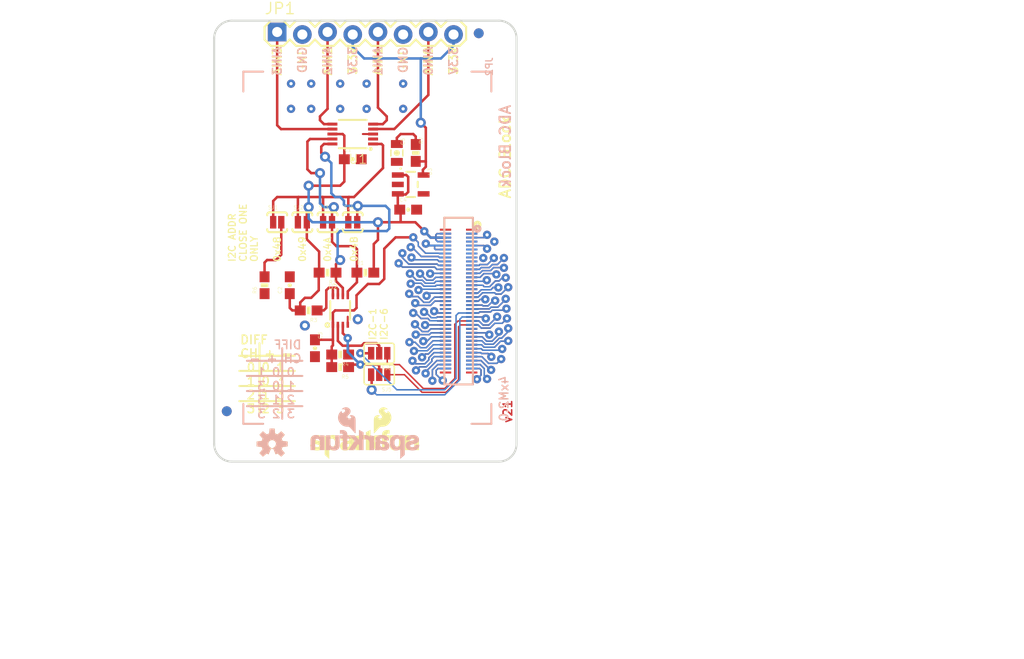
<source format=kicad_pcb>
(kicad_pcb (version 20211014) (generator pcbnew)
  (layers (0 "F.Cu" signal) (1 "In1.Cu" signal) (2 "In2.Cu" signal) (31 "B.Cu" signal) (34 "B.Paste" user) (35 "F.Paste" user) (36 "B.SilkS" user "B.Silkscreen") (37 "F.SilkS" user "F.Silkscreen") (38 "B.Mask" user) (39 "F.Mask" user) (44 "Edge.Cuts" user))
  (net 0 "")
  (net 1 "GND")
  (net 2 "VSYS")
  (net 3 "3.3V")
  (net 4 "GP183_PWM3")
  (net 5 "GP182_PWM2")
  (net 6 "GP13_PWM1")
  (net 7 "GP12_PWM0")
  (net 8 "GP14")
  (net 9 "GP15")
  (net 10 "GP49")
  (net 11 "GP48")
  (net 12 "GP47")
  (net 13 "GP46")
  (net 14 "GP45")
  (net 15 "GP165")
  (net 16 "GP44")
  (net 17 "PSW")
  (net 18 "FAULT")
  (net 19 "USB_VBUS")
  (net 20 "USB_DN")
  (net 21 "USB_DP")
  (net 22 "USB_ID")
  (net 23 "GP114_SPI_2_RXD")
  (net 24 "GP115_SPI_2_TXD")
  (net 25 "GP109_SPI_2_CLK")
  (net 26 "GP110_SPI_2_FS0")
  (net 27 "GP111_SPI_2_FS1")
  (net 28 "GP135_UART_2_TX")
  (net 29 "GP134_UART_2_RX")
  (net 30 "GP43_I2S_2_TXD")
  (net 31 "GP41_I2S_2_FS")
  (net 32 "GP40_I2S_2_CLK")
  (net 33 "GP42_I2S_2_RXD")
  (net 34 "GP28_I2C_6_SDA")
  (net 35 "GP27_I2C_6_SCL")
  (net 36 "GP20_I2C_1_SDA")
  (net 37 "GP19_I2C_1_SCL")
  (net 38 "GP131_UART_1_TX")
  (net 39 "GP130_UART_1_RX")
  (net 40 "GP129_UART_1_RTS")
  (net 41 "GP128_UART_1_CTS")
  (net 42 "GP84_SD_CLK_FB")
  (net 43 "GP78_SD_0_CLK")
  (net 44 "GP77_SD_0_CD#")
  (net 45 "GP79_SD_0_CMD")
  (net 46 "GP80_SD_0_DAT0")
  (net 47 "GP81_SD_0_DAT1")
  (net 48 "GP82_SD_0_DAT2")
  (net 49 "GP83_SD_0_DAT3")
  (net 50 "MSIC_SLP_CLK")
  (net 51 "RESET_OUT#")
  (net 52 "PWRBTN#")
  (net 53 "V_BAT_BKUP")
  (net 54 "1.8V")
  (net 55 "FW_RCVR")
  (net 56 "RCVR_MODE")
  (net 57 "OSC_CLK_OUT")
  (net 58 "N$1")
  (net 59 "HV_SCL")
  (net 60 "HV_SDA")
  (net 61 "ADDR")
  (net 62 "A1-/AIN3")
  (net 63 "A1+/AIN2")
  (net 64 "A0-/AIN1")
  (net 65 "A0+/AIN0")
  (net 66 "N$3")
  (net 67 "DCIN")
  (net 68 "VREF")
  (net 69 "N$2")
  (net 70 "N$4")
  (net 71 "N$5")
  (footprint "boardEagle:0805-CAP" (layer "F.Cu") (at 151.6761 96.1136 -90)
    (fp_text reference "C5")
    (fp_text value "10uF")
  )
  (footprint "boardEagle:MSOP10" (layer "F.Cu") (at 147.2311 94.2086 90)
    (fp_text reference "U1")
    (fp_text value "ADS1015")
  )
  (footprint "boardEagle:1X08_LOCK" (layer "F.Cu") (at 139.6111 84.0486)
    (fp_text reference "JP1")
    (fp_text value "")
  )
  (footprint "boardEagle:PAD-JUMPER-2-NO_YES_SILK" (layer "F.Cu") (at 144.6911 103.0986)
    (fp_text reference "SJ3")
    (fp_text value "JUMPER-PAD-2-NOYES_SILK")
  )
  (footprint "boardEagle:0603-CAP" (layer "F.Cu") (at 143.4211 115.7986 -90)
    (fp_text reference "C3")
    (fp_text value "0.1uF")
  )
  (footprint "boardEagle:0603-CAP" (layer "F.Cu") (at 152.8191 101.8286)
    (fp_text reference "C4")
    (fp_text value "0.1uF")
  )
  (footprint "boardEagle:CREATIVE_COMMONS" (layer "F.Cu") (at 131.9911 141.1986)
    (fp_text reference "FRAME1" hide)
    (fp_text value "FRAME-LETTER" hide)
  )
  (footprint "boardEagle:CREATIVE_COMMONS" (layer "F.Cu") (at 131.9911 141.1986)
    (fp_text reference "FRAME2" hide)
    (fp_text value "FRAME-LETTER" hide)
  )
  (footprint "" (layer "F.Cu") (at 135.1661 84.6836)
    (fp_text reference "@HOLE2" hide)
    (fp_text value "")
  )
  (footprint "boardEagle:0603-RES" (layer "F.Cu") (at 153.5811 96.1136 -90)
    (fp_text reference "R7")
    (fp_text value "0.27")
  )
  (footprint "boardEagle:PAD-JUMPER-3-2OF3_NC_BY_PASTE_YES_SILK_FULL_BOX" (layer "F.Cu") (at 149.8981 118.4656 180)
    (fp_text reference "SJ5")
    (fp_text value "SDA_SEL")
  )
  (footprint "boardEagle:0603-RES" (layer "F.Cu") (at 148.5011 108.1786)
    (fp_text reference "R1")
    (fp_text value "10K")
  )
  (footprint "boardEagle:PAD-JUMPER-3-2OF3_NC_BY_PASTE_YES_SILK_FULL_BOX" (layer "F.Cu") (at 149.8981 116.3066 180)
    (fp_text reference "SJ6")
    (fp_text value "SCL_SEL")
  )
  (footprint "" (layer "F.Cu") (at 161.8361 125.3236)
    (fp_text reference "@HOLE0" hide)
    (fp_text value "")
  )
  (footprint "boardEagle:SFE_LOGO_NAME_FLAME_.1" (layer "F.Cu") (at 142.5321 126.9746)
    (fp_text reference "LOGO1" hide)
    (fp_text value "SFE_LOGO_NAME_FLAME.1_INCH" hide)
  )
  (footprint "" (layer "F.Cu") (at 135.1661 125.3236)
    (fp_text reference "@HOLE1" hide)
    (fp_text value "")
  )
  (footprint "boardEagle:0603-RES" (layer "F.Cu") (at 144.6911 108.1786 180)
    (fp_text reference "R2")
    (fp_text value "10K")
  )
  (footprint "boardEagle:0603-RES" (layer "F.Cu") (at 145.9611 116.4336 180)
    (fp_text reference "R4")
    (fp_text value "DNP")
  )
  (footprint "boardEagle:OSHW-LOGO-S" (layer "F.Cu") (at 139.1031 125.4506)
    (fp_text reference "LOGO4" hide)
    (fp_text value "OSHW-LOGOS" hide)
  )
  (footprint "boardEagle:PCA9306DC-1_1" (layer "F.Cu") (at 145.9611 111.9886)
    (fp_text reference "U2")
    (fp_text value "PCA9306")
  )
  (footprint "boardEagle:FIDUCIAL-1X2" (layer "F.Cu") (at 159.9311 84.0486)
    (fp_text reference "FID2" hide)
    (fp_text value "FIDUCIAL1X2" hide)
  )
  (footprint "boardEagle:0603-RES" (layer "F.Cu") (at 142.7861 111.9886 180)
    (fp_text reference "R3")
    (fp_text value "200k")
  )
  (footprint "boardEagle:0603-CAP" (layer "F.Cu") (at 140.8811 109.4486 90)
    (fp_text reference "C2")
    (fp_text value "0.1uF")
  )
  (footprint "boardEagle:PAD-JUMPER-2-NO_YES_SILK" (layer "F.Cu") (at 142.1511 103.0986)
    (fp_text reference "SJ2")
    (fp_text value "JUMPER-PAD-2-NOYES_SILK")
  )
  (footprint "boardEagle:PAD-JUMPER-2-NC_BY_PASTE_YES_SILK" (layer "F.Cu") (at 139.6111 103.0986)
    (fp_text reference "SJ1")
    (fp_text value "JUMPER-PAD-2-NC_BY_PASTE")
  )
  (footprint "boardEagle:FIDUCIAL-1X2" (layer "F.Cu") (at 134.5311 122.1486)
    (fp_text reference "FID1" hide)
    (fp_text value "FIDUCIAL1X2" hide)
  )
  (footprint "" (layer "F.Cu") (at 161.8361 84.6836)
    (fp_text reference "@HOLE3" hide)
    (fp_text value "")
  )
  (footprint "boardEagle:SOT23-5" (layer "F.Cu") (at 153.0731 99.2886 -90)
    (fp_text reference "U3")
    (fp_text value "3.3V")
  )
  (footprint "boardEagle:0603-RES" (layer "F.Cu") (at 145.9611 117.7036 180)
    (fp_text reference "R5")
    (fp_text value "DNP")
  )
  (footprint "boardEagle:0603-RES" (layer "F.Cu") (at 138.3411 109.4486 90)
    (fp_text reference "R6")
    (fp_text value "2.2k")
  )
  (footprint "boardEagle:PAD-JUMPER-2-NO_YES_SILK" (layer "F.Cu") (at 147.2311 103.0986)
    (fp_text reference "SJ4")
    (fp_text value "JUMPER-PAD-2-NOYES_SILK")
  )
  (footprint "boardEagle:0603-CAP" (layer "F.Cu") (at 147.2311 96.7486)
    (fp_text reference "C1")
    (fp_text value "0.1uF")
  )
  (footprint "boardEagle:OSHW-LOGO-S" (layer "B.Cu") (at 139.1031 125.4506 180)
    (fp_text reference "LOGO2" hide)
    (fp_text value "OSHW-LOGOS" hide)
  )
  (footprint "boardEagle:FIDUCIAL-1X2" (layer "B.Cu") (at 134.5311 122.1486 180)
    (fp_text reference "FID4" hide)
    (fp_text value "FIDUCIAL1X2" hide)
  )
  (footprint "boardEagle:EDISON_DAUGHTER" (layer "B.Cu") (at 161.2011 123.4186 180)
    (fp_text reference "JP2")
    (fp_text value "EDISON_CONNECTOR_FULLMOUNTING_HOLES" hide)
  )
  (footprint "boardEagle:SFE_LOGO_NAME_FLAME_.1" (layer "B.Cu") (at 154.3431 126.9746 180)
    (fp_text reference "LOGO3" hide)
    (fp_text value "SFE_LOGO_NAME_FLAME.1_INCH" hide)
  )
  (footprint "boardEagle:FIDUCIAL-1X2" (layer "B.Cu") (at 159.9311 84.0486 180)
    (fp_text reference "FID3" hide)
    (fp_text value "FIDUCIAL1X2" hide)
  )
  (footprint "boardEagle:DF40C-70DP-0.4(51)" (layer "B.Cu") (at 157.9011 111.0488 90)
    (fp_text reference "JP3" hide)
    (fp_text value "EDISON_CONNECTOR_FULLHEADER" hide)
  )
  (gr_line (start 136.5631 117.0686) (end 142.1511 117.0686) (layer "B.SilkS") (width 0.2032))
  (gr_line (start 136.5631 118.5926) (end 142.1511 118.5926) (layer "B.SilkS") (width 0.2032))
  (gr_line (start 136.5631 120.1166) (end 142.1511 120.1166) (layer "B.SilkS") (width 0.2032))
  (gr_line (start 140.1191 115.7986) (end 140.1191 122.9106) (layer "B.SilkS") (width 0.2032))
  (gr_line (start 136.5631 121.6406) (end 142.1511 121.6406) (layer "B.SilkS") (width 0.2032))
  (gr_line (start 135.8011 121.1326) (end 141.3891 121.1326) (layer "F.SilkS") (width 0.2032))
  (gr_line (start 135.8011 118.0846) (end 141.3891 118.0846) (layer "F.SilkS") (width 0.2032))
  (gr_line (start 137.8331 115.2906) (end 137.8331 122.4026) (layer "F.SilkS") (width 0.2032))
  (gr_line (start 135.8011 119.6086) (end 141.3891 119.6086) (layer "F.SilkS") (width 0.2032))
  (gr_line (start 135.8011 116.5606) (end 141.3891 116.5606) (layer "F.SilkS") (width 0.2032))
  (gr_line (start 163.7411 84.5566) (end 163.7411 125.4506) (layer "Edge.Cuts") (width 0.2032))
  (gr_arc (start 163.7411 125.4506) (mid 163.220336 126.707836) (end 161.9631 127.2286) (layer "Edge.Cuts") (width 0.2032))
  (gr_line (start 161.9631 127.2286) (end 135.0391 127.2286) (layer "Edge.Cuts") (width 0.2032))
  (gr_arc (start 161.9631 82.7786) (mid 163.220336 83.299364) (end 163.7411 84.5566) (layer "Edge.Cuts") (width 0.2032))
  (gr_line (start 135.0391 82.7786) (end 161.9631 82.7786) (layer "Edge.Cuts") (width 0.2032))
  (gr_line (start 133.2611 125.4506) (end 133.2611 84.5566) (layer "Edge.Cuts") (width 0.2032))
  (gr_arc (start 133.2611 84.5566) (mid 133.781864 83.299364) (end 135.0391 82.7786) (layer "Edge.Cuts") (width 0.2032))
  (gr_arc (start 135.0391 127.2286) (mid 133.781864 126.707836) (end 133.2611 125.4506) (layer "Edge.Cuts") (width 0.2032))
  (gr_text "v21" (at 163.3601 123.4186 90) (layer "F.Cu") (effects (font (size 0.8636 0.8636) (thickness 0.1524)) (justify left bottom)))
  (gr_text "AIN3" (at 139.6111 85.3186 -270) (layer "B.SilkS") (effects (font (size 0.8636 0.8636) (thickness 0.1524)) (justify left mirror)))
  (gr_text "AIN1" (at 149.7711 85.3186 -270) (layer "B.SilkS") (effects (font (size 0.8636 0.8636) (thickness 0.1524)) (justify left mirror)))
  (gr_text "AIN0" (at 154.8511 85.3186 -270) (layer "B.SilkS") (effects (font (size 0.8636 0.8636) (thickness 0.1524)) (justify left mirror)))
  (gr_text "DIFF\nCH + -\n 0 0 1\n 1 0 3\n 2 1 3\n 3 2 3" (at 142.1511 122.9106) (layer "B.SilkS") (effects (font (size 0.8636 0.8636) (thickness 0.1524)) (justify left bottom mirror)))
  (gr_text "4xM2.0" (at 162.4711 120.8786 -270) (layer "B.SilkS") (effects (font (size 0.8636 0.8636) (thickness 0.1524)) (justify mirror)))
  (gr_text "3.3V" (at 157.3911 85.3186 -270) (layer "B.SilkS") (effects (font (size 0.8636 0.8636) (thickness 0.1524)) (justify left mirror)))
  (gr_text "3.3V" (at 147.2311 85.3186 -270) (layer "B.SilkS") (effects (font (size 0.8636 0.8636) (thickness 0.1524)) (justify left mirror)))
  (gr_text "GND" (at 142.1511 85.3186 -270) (layer "B.SilkS") (effects (font (size 0.8636 0.8636) (thickness 0.1524)) (justify left mirror)))
  (gr_text "GND" (at 152.3111 85.3186 -270) (layer "B.SilkS") (effects (font (size 0.8636 0.8636) (thickness 0.1524)) (justify left mirror)))
  (gr_text "ADC Block" (at 163.2331 91.1606 -270) (layer "B.SilkS") (effects (font (size 1.0795 1.0795) (thickness 0.1905)) (justify left bottom mirror)))
  (gr_text "AIN2" (at 144.6911 85.3186 -270) (layer "B.SilkS") (effects (font (size 0.8636 0.8636) (thickness 0.1524)) (justify left mirror)))
  (gr_text "0x49" (at 142.1511 107.1626 90) (layer "F.SilkS") (effects (font (size 0.69088 0.69088) (thickness 0.12192)) (justify left)))
  (gr_text "I2C ADDR\nCLOSE ONE\nONLY" (at 136.1821 107.1626 90) (layer "F.SilkS") (effects (font (size 0.69088 0.69088) (thickness 0.12192)) (justify left)))
  (gr_text "AIN2" (at 144.6911 85.3186 90) (layer "F.SilkS") (effects (font (size 0.8636 0.8636) (thickness 0.1524)) (justify right)))
  (gr_text "I2C-1" (at 149.6441 115.0366 90) (layer "F.SilkS") (effects (font (size 0.69088 0.69088) (thickness 0.12192)) (justify left bottom)))
  (gr_text "DIFF\nCH + -\n 0 0 1\n 1 0 3\n 2 1 3\n 3 2 3" (at 135.8011 122.4026) (layer "F.SilkS") (effects (font (size 0.8636 0.8636) (thickness 0.1524)) (justify left bottom)))
  (gr_text "ADC Block" (at 163.2331 100.8126 90) (layer "F.SilkS") (effects (font (size 1.0795 1.0795) (thickness 0.1905)) (justify left bottom)))
  (gr_text "0x4B" (at 147.3581 107.1626 90) (layer "F.SilkS") (effects (font (size 0.69088 0.69088) (thickness 0.12192)) (justify left)))
  (gr_text "3.3V" (at 157.3911 85.3186 90) (layer "F.SilkS") (effects (font (size 0.8636 0.8636) (thickness 0.1524)) (justify right)))
  (gr_text "I2C-6" (at 150.7871 115.0366 90) (layer "F.SilkS") (effects (font (size 0.69088 0.69088) (thickness 0.12192)) (justify left bottom)))
  (gr_text "GND" (at 152.3111 85.3186 90) (layer "F.SilkS") (effects (font (size 0.8636 0.8636) (thickness 0.1524)) (justify right)))
  (gr_text "GND" (at 142.1511 85.3186 90) (layer "F.SilkS") (effects (font (size 0.8636 0.8636) (thickness 0.1524)) (justify right)))
  (gr_text "AIN3" (at 139.6111 85.3186 90) (layer "F.SilkS") (effects (font (size 0.8636 0.8636) (thickness 0.1524)) (justify right)))
  (gr_text "3.3V" (at 147.2311 85.3186 90) (layer "F.SilkS") (effects (font (size 0.8636 0.8636) (thickness 0.1524)) (justify right)))
  (gr_text "0x4A" (at 144.6911 107.1626 90) (layer "F.SilkS") (effects (font (size 0.69088 0.69088) (thickness 0.12192)) (justify left)))
  (gr_text "AIN0" (at 154.8511 85.3186 90) (layer "F.SilkS") (effects (font (size 0.8636 0.8636) (thickness 0.1524)) (justify right)))
  (gr_text "0x48" (at 139.6111 107.1626 90) (layer "F.SilkS") (effects (font (size 0.69088 0.69088) (thickness 0.12192)) (justify left)))
  (gr_text "AIN1" (at 149.7711 85.3186 90) (layer "F.SilkS") (effects (font (size 0.8636 0.8636) (thickness 0.1524)) (justify right)))
  (segment (start 146.7311 113.4348) (end 146.7231 113.4348) (width 0.2032) (layer "F.Cu") (net 1))
  (segment (start 146.7231 113.4348) (end 146.7231 112.6236) (width 0.2032) (layer "F.Cu") (net 1))
  (segment (start 149.2811 94.2086) (end 148.2471 94.2086) (width 0.2032) (layer "F.Cu") (net 1))
  (via (at 141.0081 91.6686) (size 0.8382) (drill 0.3302) (layers "F.Cu" "B.Cu") (net 1))
  (via (at 152.3111 91.6686) (size 0.8382) (drill 0.3302) (layers "F.Cu" "B.Cu") (net 1))
  (via (at 143.0401 91.6686) (size 0.8382) (drill 0.3302) (layers "F.Cu" "B.Cu") (net 1))
  (via (at 147.7391 112.8776) (size 1.016) (drill 0.508) (layers "F.Cu" "B.Cu") (net 1))
  (via (at 148.6281 91.6686) (size 0.8382) (drill 0.3302) (layers "F.Cu" "B.Cu") (net 1))
  (via (at 145.9611 91.6686) (size 0.8382) (drill 0.3302) (layers "F.Cu" "B.Cu") (net 1))
  (via (at 148.6281 89.1286) (size 0.8382) (drill 0.3302) (layers "F.Cu" "B.Cu") (net 1))
  (via (at 142.4051 113.5126) (size 1.016) (drill 0.508) (layers "F.Cu" "B.Cu") (net 1))
  (via (at 152.3111 89.1286) (size 0.8382) (drill 0.3302) (layers "F.Cu" "B.Cu") (net 1))
  (via (at 161.5059 105.0544) (size 0.8382) (drill 0.3302) (layers "F.Cu" "B.Cu") (net 1))
  (via (at 145.9611 89.1286) (size 0.8382) (drill 0.3302) (layers "F.Cu" "B.Cu") (net 1))
  (via (at 143.0401 89.1286) (size 0.8382) (drill 0.3302) (layers "F.Cu" "B.Cu") (net 1))
  (via (at 141.0081 89.1286) (size 0.8382) (drill 0.3302) (layers "F.Cu" "B.Cu") (net 1))
  (via (at 160.3883 106.7054) (size 0.8382) (drill 0.3302) (layers "F.Cu" "B.Cu") (net 1))
  (segment (start 152.0571 101.9166) (end 152.0571 103.0986) (width 0.254) (layer "F.Cu") (net 2))
  (segment (start 146.2151 94.2086) (end 146.3811 94.3746) (width 0.254) (layer "F.Cu") (net 2))
  (segment (start 143.8021 108.2176) (end 143.8411 108.1786) (width 0.254) (layer "F.Cu") (net 2))
  (segment (start 152.5651 100.3046) (end 151.773 100.3046) (width 0.254) (layer "F.Cu") (net 2))
  (segment (start 141.9361 111.9886) (end 141.1351 111.9886) (width 0.254) (layer "F.Cu") (net 2))
  (segment (start 154.4515 104.013) (end 153.5371 103.0986) (width 0.254) (layer "F.Cu") (net 2))
  (segment (start 143.0401 110.7186) (end 143.8021 109.9566) (width 0.254) (layer "F.Cu") (net 2))
  (segment (start 155.0873 104.6488) (end 156.5811 104.6488) (width 0.254) (layer "F.Cu") (net 2))
  (segment (start 152.8191 100.0506) (end 152.5651 100.3046) (width 0.254) (layer "F.Cu") (net 2))
  (segment (start 151.773 100.2386) (end 151.773 100.3046) (width 0.254) (layer "F.Cu") (net 2))
  (segment (start 151.773 101.6325) (end 151.9691 101.8286) (width 0.254) (layer "F.Cu") (net 2))
  (segment (start 156.1213 105.0486) (end 156.1211 105.0488) (width 0.1524) (layer "F.Cu") (net 2))
  (segment (start 143.8411 108.1786) (end 143.8411 106.0586) (width 0.254) (layer "F.Cu") (net 2))
  (segment (start 145.1811 94.2086) (end 146.2151 94.2086) (width 0.254) (layer "F.Cu") (net 2))
  (segment (start 155.7853 105.0488) (end 155.6131 104.8766) (width 0.1524) (layer "F.Cu") (net 2))
  (segment (start 156.5811 104.2488) (end 155.7329 104.2488) (width 0.1524) (layer "F.Cu") (net 2))
  (segment (start 146.3811 96.7486) (end 146.3811 94.3746) (width 0.254) (layer "F.Cu") (net 2))
  (segment (start 153.5371 103.0986) (end 152.0571 103.0986) (width 0.254) (layer "F.Cu") (net 2))
  (segment (start 142.6011 103.0986) (end 142.6011 101.7596) (width 0.254) (layer "F.Cu") (net 2))
  (segment (start 155.0873 104.6488) (end 154.4515 104.013) (width 0.254) (layer "F.Cu") (net 2))
  (segment (start 142.6011 103.0986) (end 142.6011 104.8186) (width 0.254) (layer "F.Cu") (net 2))
  (segment (start 151.9691 101.8286) (end 152.0571 101.9166) (width 0.254) (layer "F.Cu") (net 2))
  (segment (start 154.4515 104.013) (end 154.4447 104.013) (width 0.254) (layer "F.Cu") (net 2))
  (segment (start 142.6011 101.7596) (end 142.7861 101.5746) (width 0.254) (layer "F.Cu") (net 2))
  (segment (start 149.7711 103.0986) (end 149.7711 104.8766) (width 0.254) (layer "F.Cu") (net 2))
  (segment (start 151.773 98.3386) (end 152.6311 98.3386) (width 0.254) (layer "F.Cu") (net 2))
  (segment (start 141.9361 111.9886) (end 141.9361 111.1876) (width 0.254) (layer "F.Cu") (net 2))
  (segment (start 155.6131 104.3686) (end 155.7329 104.2488) (width 0.1524) (layer "F.Cu") (net 2))
  (segment (start 141.9361 111.1876) (end 142.4051 110.7186) (width 0.254) (layer "F.Cu") (net 2))
  (segment (start 156.5811 105.0486) (end 156.1213 105.0486) (width 0.1524) (layer "F.Cu") (net 2))
  (segment (start 151.773 100.3046) (end 151.773 101.6325) (width 0.254) (layer "F.Cu") (net 2))
  (segment (start 146.3811 96.7486) (end 146.3811 98.9956) (width 0.254) (layer "F.Cu") (net 2))
  (segment (start 141.1351 111.9886) (end 140.8811 111.7346) (width 0.254) (layer "F.Cu") (net 2))
  (segment (start 156.5811 105.0488) (end 156.5811 105.0486) (width 0.1524) (layer "F.Cu") (net 2))
  (segment (start 156.5811 104.6488) (end 155.6393 104.6488) (width 0.1524) (layer "F.Cu") (net 2))
  (segment (start 152.8191 98.5266) (end 152.8191 100.0506) (width 0.254) (layer "F.Cu") (net 2))
  (segment (start 155.6393 104.6488) (end 155.6131 104.6226) (width 0.1524) (layer "F.Cu") (net 2))
  (segment (start 155.6131 104.6226) (end 155.6131 104.3686) (width 0.1524) (layer "F.Cu") (net 2))
  (segment (start 149.3511 108.1786) (end 149.3511 105.2966) (width 0.254) (layer "F.Cu") (net 2))
  (segment (start 142.4051 110.7186) (end 143.0401 110.7186) (width 0.254) (layer "F.Cu") (net 2))
  (segment (start 143.8021 109.9566) (end 143.8021 108.2176) (width 0.254) (layer "F.Cu") (net 2))
  (segment (start 152.6311 98.3386) (end 152.8191 98.5266) (width 0.254) (layer "F.Cu") (net 2))
  (segment (start 152.0571 103.0986) (end 149.7711 103.0986) (width 0.254) (layer "F.Cu") (net 2))
  (segment (start 140.8811 110.2986) (end 140.8811 111.7346) (width 0.254) (layer "F.Cu") (net 2))
  (segment (start 143.8411 106.0586) (end 142.6011 104.8186) (width 0.254) (layer "F.Cu") (net 2))
  (segment (start 149.7711 104.8766) (end 149.3511 105.2966) (width 0.254) (layer "F.Cu") (net 2))
  (segment (start 155.7329 104.2488) (end 155.7331 104.2486) (width 0.1524) (layer "F.Cu") (net 2))
  (segment (start 155.6131 104.8766) (end 155.6131 104.6226) (width 0.1524) (layer "F.Cu") (net 2))
  (segment (start 156.1211 105.0488) (end 155.7853 105.0488) (width 0.1524) (layer "F.Cu") (net 2))
  (segment (start 142.7861 99.4156) (end 145.9611 99.4156) (width 0.254) (layer "F.Cu") (net 2))
  (segment (start 156.5811 105.0488) (end 156.1211 105.0488) (width 0.1524) (layer "F.Cu") (net 2))
  (segment (start 145.9611 99.4156) (end 146.3811 98.9956) (width 0.254) (layer "F.Cu") (net 2))
  (via (at 142.7861 101.5746) (size 1.016) (drill 0.508) (layers "F.Cu" "B.Cu") (net 2))
  (via (at 149.7711 103.0986) (size 1.016) (drill 0.508) (layers "F.Cu" "B.Cu") (net 2))
  (via (at 154.4447 104.013) (size 0.8382) (drill 0.3302) (layers "F.Cu" "B.Cu") (net 2))
  (via (at 142.7861 99.4156) (size 1.016) (drill 0.508) (layers "F.Cu" "B.Cu") (net 2))
  (segment (start 142.7861 102.7176) (end 143.1671 103.0986) (width 0.254) (layer "B.Cu") (net 2))
  (segment (start 156.5811 105.0486) (end 155.7851 105.0486) (width 0.1524) (layer "B.Cu") (net 2))
  (segment (start 142.7861 101.5746) (end 142.7861 99.4156) (width 0.254) (layer "B.Cu") (net 2))
  (segment (start 143.1671 103.0986) (end 149.7711 103.0986) (width 0.254) (layer "B.Cu") (net 2))
  (segment (start 155.7331 104.2486) (end 155.6131 104.3686) (width 0.1524) (layer "B.Cu") (net 2))
  (segment (start 142.7861 101.5746) (end 142.7861 102.7176) (width 0.254) (layer "B.Cu") (net 2))
  (segment (start 156.5811 105.0488) (end 155.7853 105.0488) (width 0.1524) (layer "B.Cu") (net 2))
  (segment (start 156.5811 105.0486) (end 156.5811 105.0488) (width 0.1524) (layer "B.Cu") (net 2))
  (segment (start 155.0803 104.6486) (end 155.6131 104.6486) (width 0.254) (layer "B.Cu") (net 2))
  (segment (start 154.4447 104.013) (end 155.0803 104.6486) (width 0.254) (layer "B.Cu") (net 2))
  (segment (start 155.7853 105.0488) (end 155.7851 105.0486) (width 0.1524) (layer "B.Cu") (net 2))
  (segment (start 155.6131 104.6486) (end 156.5811 104.6486) (width 0.254) (layer "B.Cu") (net 2))
  (segment (start 155.6131 104.3686) (end 155.6131 104.6486) (width 0.1524) (layer "B.Cu") (net 2))
  (segment (start 156.5811 104.2486) (end 155.7331 104.2486) (width 0.1524) (layer "B.Cu") (net 2))
  (segment (start 155.7851 105.0486) (end 155.6131 104.8766) (width 0.1524) (layer "B.Cu") (net 2))
  (segment (start 155.6131 104.8766) (end 155.6131 104.6486) (width 0.1524) (layer "B.Cu") (net 2))
  (segment (start 156.5811 105.8488) (end 155.5693 105.8488) (width 0.1524) (layer "F.Cu") (net 3))
  (segment (start 154.5971 105.2576) (end 154.7883 105.4488) (width 0.2032) (layer "F.Cu") (net 3))
  (segment (start 155.4861 105.4488) (end 156.5811 105.4488) (width 0.2032) (layer "F.Cu") (net 3))
  (segment (start 155.5693 105.8488) (end 155.4861 105.7656) (width 0.1524) (layer "F.Cu") (net 3))
  (segment (start 154.7883 105.4488) (end 155.4861 105.4488) (width 0.2032) (layer "F.Cu") (net 3))
  (segment (start 155.4861 105.7656) (end 155.4861 105.4488) (width 0.1524) (layer "F.Cu") (net 3))
  (via (at 154.5971 105.2576) (size 0.8382) (drill 0.3302) (layers "F.Cu" "B.Cu") (net 3))
  (segment (start 156.5811 105.8486) (end 155.5691 105.8486) (width 0.1524) (layer "B.Cu") (net 3))
  (segment (start 155.5691 105.8486) (end 155.4861 105.7656) (width 0.1524) (layer "B.Cu") (net 3))
  (segment (start 156.5811 105.4486) (end 156.5811 105.4488) (width 0.1524) (layer "B.Cu") (net 3))
  (segment (start 156.5811 105.4488) (end 155.4861 105.4488) (width 0.2032) (layer "B.Cu") (net 3))
  (segment (start 155.4861 105.4488) (end 154.7883 105.4488) (width 0.2032) (layer "B.Cu") (net 3))
  (segment (start 154.7883 105.4488) (end 154.5971 105.2576) (width 0.2032) (layer "B.Cu") (net 3))
  (segment (start 155.4861 105.7656) (end 155.4861 105.4488) (width 0.1524) (layer "B.Cu") (net 3))
  (segment (start 159.8677 111.8488) (end 159.2211 111.8488) (width 0.1524) (layer "F.Cu") (net 4))
  (segment (start 162.6489 110.871) (end 161.8615 111.6584) (width 0.1524) (layer "F.Cu") (net 4))
  (segment (start 161.8615 111.6584) (end 161.1757 111.6584) (width 0.1524) (layer "F.Cu") (net 4))
  (segment (start 160.9979 111.8362) (end 159.8803 111.8362) (width 0.1524) (layer "F.Cu") (net 4))
  (segment (start 161.1757 111.6584) (end 160.9979 111.8362) (width 0.1524) (layer "F.Cu") (net 4))
  (segment (start 159.8803 111.8362) (end 159.8677 111.8488) (width 0.1524) (layer "F.Cu") (net 4))
  (segment (start 162.6489 110.8202) (end 162.6489 110.871) (width 0.1524) (layer "F.Cu") (net 4))
  (via (at 162.6489 110.8202) (size 0.8382) (drill 0.3302) (layers "F.Cu" "B.Cu") (net 4))
  (segment (start 161.1757 111.6584) (end 161.8615 111.6584) (width 0.1524) (layer "B.Cu") (net 4))
  (segment (start 162.6489 110.871) (end 162.6489 110.8202) (width 0.1524) (layer "B.Cu") (net 4))
  (segment (start 160.9979 111.8362) (end 161.1757 111.6584) (width 0.1524) (layer "B.Cu") (net 4))
  (segment (start 159.2211 111.8486) (end 159.8679 111.8486) (width 0.1524) (layer "B.Cu") (net 4))
  (segment (start 159.8803 111.8362) (end 160.9979 111.8362) (width 0.1524) (layer "B.Cu") (net 4))
  (segment (start 161.8615 111.6584) (end 162.6489 110.871) (width 0.1524) (layer "B.Cu") (net 4))
  (segment (start 159.8679 111.8486) (end 159.8803 111.8362) (width 0.1524) (layer "B.Cu") (net 4))
  (segment (start 160.8709 111.5314) (end 161.4043 110.998) (width 0.1524) (layer "F.Cu") (net 5))
  (segment (start 159.2211 111.4488) (end 160.2803 111.4488) (width 0.1524) (layer "F.Cu") (net 5))
  (segment (start 160.3629 111.5314) (end 160.8709 111.5314) (width 0.1524) (layer "F.Cu") (net 5))
  (segment (start 160.2803 111.4488) (end 160.3629 111.5314) (width 0.1524) (layer "F.Cu") (net 5))
  (segment (start 161.4043 110.998) (end 161.5821 110.998) (width 0.1524) (layer "F.Cu") (net 5))
  (via (at 161.5821 110.998) (size 0.8382) (drill 0.3302) (layers "F.Cu" "B.Cu") (net 5))
  (segment (start 160.2801 111.4486) (end 159.2211 111.4486) (width 0.1524) (layer "B.Cu") (net 5))
  (segment (start 160.3629 111.5314) (end 160.2801 111.4486) (width 0.1524) (layer "B.Cu") (net 5))
  (segment (start 161.5821 110.998) (end 161.4043 110.998) (width 0.1524) (layer "B.Cu") (net 5))
  (segment (start 161.4043 110.998) (end 160.8709 111.5314) (width 0.1524) (layer "B.Cu") (net 5))
  (segment (start 160.8709 111.5314) (end 160.3629 111.5314) (width 0.1524) (layer "B.Cu") (net 5))
  (segment (start 161.5313 110.2106) (end 160.3121 110.2106) (width 0.1524) (layer "F.Cu") (net 6))
  (segment (start 159.8739 110.6488) (end 159.2211 110.6488) (width 0.1524) (layer "F.Cu") (net 6))
  (segment (start 162.1917 110.3376) (end 161.6583 110.3376) (width 0.1524) (layer "F.Cu") (net 6))
  (segment (start 162.8775 109.6518) (end 162.1917 110.3376) (width 0.1524) (layer "F.Cu") (net 6))
  (segment (start 162.9029 109.6518) (end 162.8775 109.6518) (width 0.1524) (layer "F.Cu") (net 6))
  (segment (start 160.3121 110.2106) (end 159.8739 110.6488) (width 0.1524) (layer "F.Cu") (net 6))
  (segment (start 161.6583 110.3376) (end 161.5313 110.2106) (width 0.1524) (layer "F.Cu") (net 6))
  (via (at 162.9029 109.6518) (size 0.8382) (drill 0.3302) (layers "F.Cu" "B.Cu") (net 6))
  (segment (start 159.8741 110.6486) (end 160.3121 110.2106) (width 0.1524) (layer "B.Cu") (net 6))
  (segment (start 162.8775 109.6518) (end 162.9029 109.6518) (width 0.1524) (layer "B.Cu") (net 6))
  (segment (start 161.6583 110.3376) (end 162.1917 110.3376) (width 0.1524) (layer "B.Cu") (net 6))
  (segment (start 160.3121 110.2106) (end 161.5313 110.2106) (width 0.1524) (layer "B.Cu") (net 6))
  (segment (start 162.1917 110.3376) (end 162.8775 109.6518) (width 0.1524) (layer "B.Cu") (net 6))
  (segment (start 159.2211 110.6486) (end 159.8741 110.6486) (width 0.1524) (layer "B.Cu") (net 6))
  (segment (start 161.5313 110.2106) (end 161.6583 110.3376) (width 0.1524) (layer "B.Cu") (net 6))
  (segment (start 160.0835 110.871) (end 160.5915 110.871) (width 0.1524) (layer "F.Cu") (net 7))
  (segment (start 159.2211 111.0488) (end 159.9057 111.0488) (width 0.1524) (layer "F.Cu") (net 7))
  (segment (start 159.9057 111.0488) (end 160.0835 110.871) (width 0.1524) (layer "F.Cu") (net 7))
  (via (at 160.5915 110.871) (size 0.8382) (drill 0.3302) (layers "F.Cu" "B.Cu") (net 7))
  (segment (start 159.2213 111.0488) (end 159.2211 111.0486) (width 0.1524) (layer "B.Cu") (net 7))
  (segment (start 159.9057 111.0488) (end 159.2213 111.0488) (width 0.1524) (layer "B.Cu") (net 7))
  (segment (start 160.0835 110.871) (end 159.9057 111.0488) (width 0.1524) (layer "B.Cu") (net 7))
  (segment (start 160.5915 110.871) (end 160.0835 110.871) (width 0.1524) (layer "B.Cu") (net 7))
  (segment (start 154.5209 113.4618) (end 154.5339 113.4488) (width 0.1524) (layer "F.Cu") (net 8))
  (segment (start 154.5339 113.4488) (end 156.5811 113.4488) (width 0.1524) (layer "F.Cu") (net 8))
  (via (at 154.5209 113.4618) (size 0.8382) (drill 0.3302) (layers "F.Cu" "B.Cu") (net 8))
  (segment (start 154.5341 113.4486) (end 154.5209 113.4618) (width 0.1524) (layer "B.Cu") (net 8))
  (segment (start 156.5811 113.4486) (end 154.5341 113.4486) (width 0.1524) (layer "B.Cu") (net 8))
  (segment (start 155.6193 112.2488) (end 155.4353 112.0648) (width 0.1524) (layer "F.Cu") (net 9))
  (segment (start 156.5811 112.2488) (end 155.6193 112.2488) (width 0.1524) (layer "F.Cu") (net 9))
  (via (at 155.4353 112.0648) (size 0.8382) (drill 0.3302) (layers "F.Cu" "B.Cu") (net 9))
  (segment (start 155.6191 112.2486) (end 156.5811 112.2486) (width 0.1524) (layer "B.Cu") (net 9))
  (segment (start 155.4353 112.0648) (end 155.6191 112.2486) (width 0.1524) (layer "B.Cu") (net 9))
  (segment (start 156.5811 110.6488) (end 155.4797 110.6488) (width 0.1524) (layer "F.Cu") (net 10))
  (segment (start 153.8097 110.5916) (end 153.2001 110.5916) (width 0.1524) (layer "F.Cu") (net 10))
  (segment (start 154.9527 111.1758) (end 154.3939 111.1758) (width 0.1524) (layer "F.Cu") (net 10))
  (segment (start 155.4797 110.6488) (end 154.9527 111.1758) (width 0.1524) (layer "F.Cu") (net 10))
  (segment (start 154.3939 111.1758) (end 153.8097 110.5916) (width 0.1524) (layer "F.Cu") (net 10))
  (segment (start 153.2001 110.5916) (end 152.9207 110.3122) (width 0.1524) (layer "F.Cu") (net 10))
  (via (at 152.9207 110.3122) (size 0.8382) (drill 0.3302) (layers "F.Cu" "B.Cu") (net 10))
  (segment (start 154.3939 111.1758) (end 154.9527 111.1758) (width 0.1524) (layer "B.Cu") (net 10))
  (segment (start 152.9207 110.3122) (end 153.2001 110.5916) (width 0.1524) (layer "B.Cu") (net 10))
  (segment (start 155.4799 110.6486) (end 156.5811 110.6486) (width 0.1524) (layer "B.Cu") (net 10))
  (segment (start 153.8097 110.5916) (end 154.3939 111.1758) (width 0.1524) (layer "B.Cu") (net 10))
  (segment (start 154.9527 111.1758) (end 155.4799 110.6486) (width 0.1524) (layer "B.Cu") (net 10))
  (segment (start 153.2001 110.5916) (end 153.8097 110.5916) (width 0.1524) (layer "B.Cu") (net 10))
  (segment (start 154.6733 110.5154) (end 154.9399 110.2488) (width 0.1524) (layer "F.Cu") (net 11))
  (segment (start 154.9399 110.2488) (end 156.5811 110.2488) (width 0.1524) (layer "F.Cu") (net 11))
  (via (at 154.6733 110.5154) (size 0.8382) (drill 0.3302) (layers "F.Cu" "B.Cu") (net 11))
  (segment (start 154.9401 110.2486) (end 154.6733 110.5154) (width 0.1524) (layer "B.Cu") (net 11))
  (segment (start 156.5811 110.2486) (end 154.9401 110.2486) (width 0.1524) (layer "B.Cu") (net 11))
  (segment (start 153.9367 109.855) (end 153.8605 109.9312) (width 0.1524) (layer "F.Cu") (net 12))
  (segment (start 155.6893 109.855) (end 153.9367 109.855) (width 0.1524) (layer "F.Cu") (net 12))
  (segment (start 156.5811 109.8488) (end 155.6955 109.8488) (width 0.1524) (layer "F.Cu") (net 12))
  (segment (start 155.6955 109.8488) (end 155.6893 109.855) (width 0.1524) (layer "F.Cu") (net 12))
  (via (at 153.8605 109.9312) (size 0.8382) (drill 0.3302) (layers "F.Cu" "B.Cu") (net 12))
  (segment (start 153.9367 109.855) (end 155.6893 109.855) (width 0.1524) (layer "B.Cu") (net 12))
  (segment (start 155.6957 109.8486) (end 156.5811 109.8486) (width 0.1524) (layer "B.Cu") (net 12))
  (segment (start 153.8605 109.9312) (end 153.9367 109.855) (width 0.1524) (layer "B.Cu") (net 12))
  (segment (start 155.6893 109.855) (end 155.6957 109.8486) (width 0.1524) (layer "B.Cu") (net 12))
  (segment (start 155.6637 109.4488) (end 155.5623 109.5502) (width 0.1524) (layer "F.Cu") (net 13))
  (segment (start 154.4193 109.5502) (end 154.1145 109.2454) (width 0.1524) (layer "F.Cu") (net 13))
  (segment (start 156.5811 109.4488) (end 155.6637 109.4488) (width 0.1524) (layer "F.Cu") (net 13))
  (segment (start 155.5623 109.5502) (end 154.4193 109.5502) (width 0.1524) (layer "F.Cu") (net 13))
  (segment (start 154.1145 109.2454) (end 153.1239 109.2454) (width 0.1524) (layer "F.Cu") (net 13))
  (segment (start 153.1239 109.2454) (end 153.0731 109.2962) (width 0.1524) (layer "F.Cu") (net 13))
  (via (at 153.0731 109.2962) (size 0.8382) (drill 0.3302) (layers "F.Cu" "B.Cu") (net 13))
  (segment (start 154.4193 109.5502) (end 155.5623 109.5502) (width 0.1524) (layer "B.Cu") (net 13))
  (segment (start 153.1239 109.2454) (end 154.1145 109.2454) (width 0.1524) (layer "B.Cu") (net 13))
  (segment (start 155.6639 109.4486) (end 156.5811 109.4486) (width 0.1524) (layer "B.Cu") (net 13))
  (segment (start 154.1145 109.2454) (end 154.4193 109.5502) (width 0.1524) (layer "B.Cu") (net 13))
  (segment (start 153.0731 109.2962) (end 153.1239 109.2454) (width 0.1524) (layer "B.Cu") (net 13))
  (segment (start 155.5623 109.5502) (end 155.6639 109.4486) (width 0.1524) (layer "B.Cu") (net 13))
  (segment (start 153.6573 108.9406) (end 154.2415 108.9406) (width 0.1524) (layer "F.Cu") (net 14))
  (segment (start 155.6319 109.0488) (end 156.5811 109.0488) (width 0.1524) (layer "F.Cu") (net 14))
  (segment (start 154.5463 109.2454) (end 155.4353 109.2454) (width 0.1524) (layer "F.Cu") (net 14))
  (segment (start 155.4353 109.2454) (end 155.6319 109.0488) (width 0.1524) (layer "F.Cu") (net 14))
  (segment (start 154.2415 108.9406) (end 154.5463 109.2454) (width 0.1524) (layer "F.Cu") (net 14))
  (segment (start 152.9969 108.2802) (end 153.6573 108.9406) (width 0.1524) (layer "F.Cu") (net 14))
  (via (at 152.9969 108.2802) (size 0.8382) (drill 0.3302) (layers "F.Cu" "B.Cu") (net 14))
  (segment (start 155.4353 109.2454) (end 154.5463 109.2454) (width 0.1524) (layer "B.Cu") (net 14))
  (segment (start 155.6321 109.0486) (end 155.4353 109.2454) (width 0.1524) (layer "B.Cu") (net 14))
  (segment (start 154.5463 109.2454) (end 154.2415 108.9406) (width 0.1524) (layer "B.Cu") (net 14))
  (segment (start 154.2415 108.9406) (end 153.6573 108.9406) (width 0.1524) (layer "B.Cu") (net 14))
  (segment (start 156.5811 109.0486) (end 155.6321 109.0486) (width 0.1524) (layer "B.Cu") (net 14))
  (segment (start 153.6573 108.9406) (end 152.9969 108.2802) (width 0.1524) (layer "B.Cu") (net 14))
  (segment (start 160.7439 108.9406) (end 160.6357 109.0488) (width 0.1524) (layer "F.Cu") (net 15))
  (segment (start 160.6357 109.0488) (end 159.2211 109.0488) (width 0.1524) (layer "F.Cu") (net 15))
  (via (at 160.7439 108.9406) (size 0.8382) (drill 0.3302) (layers "F.Cu" "B.Cu") (net 15))
  (segment (start 159.2211 109.0486) (end 160.6359 109.0486) (width 0.1524) (layer "B.Cu") (net 15))
  (segment (start 160.6359 109.0486) (end 160.7439 108.9406) (width 0.1524) (layer "B.Cu") (net 15))
  (segment (start 154.6733 108.9406) (end 154.0129 108.2802) (width 0.1524) (layer "F.Cu") (net 16))
  (segment (start 156.5811 108.6488) (end 155.6001 108.6488) (width 0.1524) (layer "F.Cu") (net 16))
  (segment (start 155.3083 108.9406) (end 154.6733 108.9406) (width 0.1524) (layer "F.Cu") (net 16))
  (segment (start 155.6001 108.6488) (end 155.3083 108.9406) (width 0.1524) (layer "F.Cu") (net 16))
  (via (at 154.0129 108.2802) (size 0.8382) (drill 0.3302) (layers "F.Cu" "B.Cu") (net 16))
  (segment (start 154.6733 108.9406) (end 155.3083 108.9406) (width 0.1524) (layer "B.Cu") (net 16))
  (segment (start 154.0129 108.2802) (end 154.6733 108.9406) (width 0.1524) (layer "B.Cu") (net 16))
  (segment (start 155.3083 108.9406) (end 155.6003 108.6486) (width 0.1524) (layer "B.Cu") (net 16))
  (segment (start 155.6003 108.6486) (end 156.5811 108.6486) (width 0.1524) (layer "B.Cu") (net 16))
  (segment (start 160.3121 107.9754) (end 160.0387 108.2488) (width 0.1524) (layer "F.Cu") (net 17))
  (segment (start 161.1249 107.9754) (end 160.3121 107.9754) (width 0.1524) (layer "F.Cu") (net 17))
  (segment (start 162.4711 107.696) (end 162.4457 107.6706) (width 0.1524) (layer "F.Cu") (net 17))
  (segment (start 160.0387 108.2488) (end 159.2211 108.2488) (width 0.1524) (layer "F.Cu") (net 17))
  (segment (start 161.4297 107.6706) (end 161.1249 107.9754) (width 0.1524) (layer "F.Cu") (net 17))
  (segment (start 162.4457 107.6706) (end 161.4297 107.6706) (width 0.1524) (layer "F.Cu") (net 17))
  (via (at 162.4711 107.696) (size 0.8382) (drill 0.3302) (layers "F.Cu" "B.Cu") (net 17))
  (segment (start 161.4297 107.6706) (end 162.4457 107.6706) (width 0.1524) (layer "B.Cu") (net 17))
  (segment (start 162.4457 107.6706) (end 162.4711 107.696) (width 0.1524) (layer "B.Cu") (net 17))
  (segment (start 161.1249 107.9754) (end 161.4297 107.6706) (width 0.1524) (layer "B.Cu") (net 17))
  (segment (start 160.3121 107.9754) (end 161.1249 107.9754) (width 0.1524) (layer "B.Cu") (net 17))
  (segment (start 160.0389 108.2486) (end 160.3121 107.9754) (width 0.1524) (layer "B.Cu") (net 17))
  (segment (start 159.2211 108.2486) (end 160.0389 108.2486) (width 0.1524) (layer "B.Cu") (net 17))
  (segment (start 160.0069 107.8488) (end 160.1851 107.6706) (width 0.1524) (layer "F.Cu") (net 18))
  (segment (start 159.2211 107.8488) (end 160.0069 107.8488) (width 0.1524) (layer "F.Cu") (net 18))
  (segment (start 160.1851 107.6706) (end 160.9979 107.6706) (width 0.1524) (layer "F.Cu") (net 18))
  (segment (start 161.3027 107.3658) (end 161.8107 107.3658) (width 0.1524) (layer "F.Cu") (net 18))
  (segment (start 160.9979 107.6706) (end 161.3027 107.3658) (width 0.1524) (layer "F.Cu") (net 18))
  (segment (start 161.8107 107.3658) (end 162.4711 106.7054) (width 0.1524) (layer "F.Cu") (net 18))
  (via (at 162.4711 106.7054) (size 0.8382) (drill 0.3302) (layers "F.Cu" "B.Cu") (net 18))
  (segment (start 160.1851 107.6706) (end 160.0071 107.8486) (width 0.1524) (layer "B.Cu") (net 18))
  (segment (start 160.9979 107.6706) (end 160.1851 107.6706) (width 0.1524) (layer "B.Cu") (net 18))
  (segment (start 161.8107 107.3658) (end 161.3027 107.3658) (width 0.1524) (layer "B.Cu") (net 18))
  (segment (start 160.0071 107.8486) (end 159.2211 107.8486) (width 0.1524) (layer "B.Cu") (net 18))
  (segment (start 162.4711 106.7054) (end 161.8107 107.3658) (width 0.1524) (layer "B.Cu") (net 18))
  (segment (start 161.3027 107.3658) (end 160.9979 107.6706) (width 0.1524) (layer "B.Cu") (net 18))
  (segment (start 155.7151 107.8488) (end 156.5811 107.8488) (width 0.1524) (layer "F.Cu") (net 19))
  (segment (start 155.4861 107.6198) (end 155.7151 107.8488) (width 0.1524) (layer "F.Cu") (net 19))
  (segment (start 151.8539 107.2388) (end 152.2349 107.6198) (width 0.1524) (layer "F.Cu") (net 19))
  (segment (start 152.2349 107.6198) (end 155.4861 107.6198) (width 0.1524) (layer "F.Cu") (net 19))
  (via (at 151.8539 107.2388) (size 0.8382) (drill 0.3302) (layers "F.Cu" "B.Cu") (net 19))
  (segment (start 155.7149 107.8486) (end 155.4861 107.6198) (width 0.1524) (layer "B.Cu") (net 19))
  (segment (start 152.2349 107.6198) (end 151.8539 107.2388) (width 0.1524) (layer "B.Cu") (net 19))
  (segment (start 155.4861 107.6198) (end 152.2349 107.6198) (width 0.1524) (layer "B.Cu") (net 19))
  (segment (start 156.5811 107.8486) (end 155.7149 107.8486) (width 0.1524) (layer "B.Cu") (net 19))
  (segment (start 152.2349 106.68) (end 152.2349 106.2228) (width 0.1524) (layer "F.Cu") (net 20))
  (segment (start 155.7401 107.315) (end 152.8699 107.315) (width 0.1524) (layer "F.Cu") (net 20))
  (segment (start 156.5811 107.4488) (end 155.8739 107.4488) (width 0.1524) (layer "F.Cu") (net 20))
  (segment (start 152.8699 107.315) (end 152.2349 106.68) (width 0.1524) (layer "F.Cu") (net 20))
  (segment (start 155.8739 107.4488) (end 155.7401 107.315) (width 0.1524) (layer "F.Cu") (net 20))
  (via (at 152.2349 106.2228) (size 0.8382) (drill 0.3302) (layers "F.Cu" "B.Cu") (net 20))
  (segment (start 155.8737 107.4486) (end 156.5811 107.4486) (width 0.1524) (layer "B.Cu") (net 20))
  (segment (start 152.8699 107.315) (end 155.7401 107.315) (width 0.1524) (layer "B.Cu") (net 20))
  (segment (start 152.2349 106.68) (end 152.8699 107.315) (width 0.1524) (layer "B.Cu") (net 20))
  (segment (start 152.2349 106.2228) (end 152.2349 106.68) (width 0.1524) (layer "B.Cu") (net 20))
  (segment (start 155.7401 107.315) (end 155.8737 107.4486) (width 0.1524) (layer "B.Cu") (net 20))
  (segment (start 155.9311 107.0488) (end 155.7655 106.8832) (width 0.1524) (layer "F.Cu") (net 21))
  (segment (start 153.3779 106.8832) (end 153.1493 106.6546) (width 0.1524) (layer "F.Cu") (net 21))
  (segment (start 155.7655 106.8832) (end 153.3779 106.8832) (width 0.1524) (layer "F.Cu") (net 21))
  (segment (start 156.5811 107.0488) (end 155.9311 107.0488) (width 0.1524) (layer "F.Cu") (net 21))
  (via (at 153.1493 106.6546) (size 0.8382) (drill 0.3302) (layers "F.Cu" "B.Cu") (net 21))
  (segment (start 153.1493 106.6546) (end 153.3779 106.8832) (width 0.1524) (layer "B.Cu") (net 21))
  (segment (start 153.3779 106.8832) (end 155.7655 106.8832) (width 0.1524) (layer "B.Cu") (net 21))
  (segment (start 155.9309 107.0486) (end 156.5811 107.0486) (width 0.1524) (layer "B.Cu") (net 21))
  (segment (start 155.7655 106.8832) (end 155.9309 107.0486) (width 0.1524) (layer "B.Cu") (net 21))
  (segment (start 160.4899 104.6488) (end 159.2211 104.6488) (width 0.1524) (layer "F.Cu") (net 22))
  (segment (start 160.7701 104.3686) (end 160.4899 104.6488) (width 0.1524) (layer "F.Cu") (net 22))
  (via (at 160.7701 104.3686) (size 0.8382) (drill 0.3302) (layers "F.Cu" "B.Cu") (net 22))
  (segment (start 159.2211 104.6486) (end 160.4901 104.6486) (width 0.1524) (layer "B.Cu") (net 22))
  (segment (start 160.4901 104.6486) (end 160.7701 104.3686) (width 0.1524) (layer "B.Cu") (net 22))
  (segment (start 160.3375 116.0018) (end 162.1663 116.0018) (width 0.1524) (layer "F.Cu") (net 23))
  (segment (start 159.2211 115.8488) (end 160.1845 115.8488) (width 0.1524) (layer "F.Cu") (net 23))
  (segment (start 160.1845 115.8488) (end 160.3375 116.0018) (width 0.1524) (layer "F.Cu") (net 23))
  (segment (start 162.1663 116.0018) (end 162.2933 115.8748) (width 0.1524) (layer "F.Cu") (net 23))
  (via (at 162.2933 115.8748) (size 0.8382) (drill 0.3302) (layers "F.Cu" "B.Cu") (net 23))
  (segment (start 160.1843 115.8486) (end 160.3375 116.0018) (width 0.1524) (layer "B.Cu") (net 23))
  (segment (start 162.1663 116.0018) (end 162.2933 115.8748) (width 0.1524) (layer "B.Cu") (net 23))
  (segment (start 160.1843 115.8486) (end 159.2211 115.8486) (width 0.1524) (layer "B.Cu") (net 23))
  (segment (start 160.3375 116.0018) (end 162.1663 116.0018) (width 0.1524) (layer "B.Cu") (net 23))
  (segment (start 162.8775 115.0874) (end 162.9029 115.062) (width 0.1524) (layer "F.Cu") (net 24))
  (segment (start 160.2163 115.4488) (end 159.2211 115.4488) (width 0.1524) (layer "F.Cu") (net 24))
  (segment (start 162.1409 115.0874) (end 161.5313 115.697) (width 0.1524) (layer "F.Cu") (net 24))
  (segment (start 162.1409 115.0874) (end 162.8775 115.0874) (width 0.1524) (layer "F.Cu") (net 24))
  (segment (start 161.5313 115.697) (end 160.4645 115.697) (width 0.1524) (layer "F.Cu") (net 24))
  (segment (start 160.4645 115.697) (end 160.2163 115.4488) (width 0.1524) (layer "F.Cu") (net 24))
  (via (at 162.9029 115.062) (size 0.8382) (drill 0.3302) (layers "F.Cu" "B.Cu") (net 24))
  (segment (start 162.9029 115.062) (end 162.8775 115.0874) (width 0.1524) (layer "B.Cu") (net 24))
  (segment (start 160.4645 115.697) (end 161.5313 115.697) (width 0.1524) (layer "B.Cu") (net 24))
  (segment (start 161.5313 115.697) (end 162.1409 115.0874) (width 0.1524) (layer "B.Cu") (net 24))
  (segment (start 160.2161 115.4486) (end 160.4645 115.697) (width 0.1524) (layer "B.Cu") (net 24))
  (segment (start 159.2211 115.4486) (end 160.2161 115.4486) (width 0.1524) (layer "B.Cu") (net 24))
  (segment (start 162.8775 115.0874) (end 162.1409 115.0874) (width 0.1524) (layer "B.Cu") (net 24))
  (segment (start 162.9029 114.1222) (end 162.9029 113.792) (width 0.1524) (layer "F.Cu") (net 25))
  (segment (start 159.2211 115.0488) (end 160.2481 115.0488) (width 0.1524) (layer "F.Cu") (net 25))
  (segment (start 161.4043 115.3922) (end 162.0139 114.7826) (width 0.1524) (layer "F.Cu") (net 25))
  (segment (start 160.2481 115.0488) (end 160.5915 115.3922) (width 0.1524) (layer "F.Cu") (net 25))
  (segment (start 160.5915 115.3922) (end 161.4043 115.3922) (width 0.1524) (layer "F.Cu") (net 25))
  (segment (start 162.0139 114.7826) (end 162.2425 114.7826) (width 0.1524) (layer "F.Cu") (net 25))
  (segment (start 162.2425 114.7826) (end 162.9029 114.1222) (width 0.1524) (layer "F.Cu") (net 25))
  (via (at 162.9029 113.792) (size 0.8382) (drill 0.3302) (layers "F.Cu" "B.Cu") (net 25))
  (segment (start 161.4043 115.3922) (end 160.5915 115.3922) (width 0.1524) (layer "B.Cu") (net 25))
  (segment (start 160.5915 115.3922) (end 160.2479 115.0486) (width 0.1524) (layer "B.Cu") (net 25))
  (segment (start 162.9029 113.792) (end 162.9029 114.1222) (width 0.1524) (layer "B.Cu") (net 25))
  (segment (start 162.9029 114.1222) (end 162.2425 114.7826) (width 0.1524) (layer "B.Cu") (net 25))
  (segment (start 162.2425 114.7826) (end 162.0139 114.7826) (width 0.1524) (layer "B.Cu") (net 25))
  (segment (start 162.0139 114.7826) (end 161.4043 115.3922) (width 0.1524) (layer "B.Cu") (net 25))
  (segment (start 160.2479 115.0486) (end 159.2211 115.0486) (width 0.1524) (layer "B.Cu") (net 25))
  (segment (start 161.9631 114.4016) (end 161.2773 115.0874) (width 0.1524) (layer "F.Cu") (net 26))
  (segment (start 161.2773 115.0874) (end 160.7185 115.0874) (width 0.1524) (layer "F.Cu") (net 26))
  (segment (start 160.7185 115.0874) (end 160.2799 114.6488) (width 0.1524) (layer "F.Cu") (net 26))
  (segment (start 161.9631 114.1222) (end 161.9631 114.4016) (width 0.1524) (layer "F.Cu") (net 26))
  (segment (start 160.2799 114.6488) (end 159.2211 114.6488) (width 0.1524) (layer "F.Cu") (net 26))
  (via (at 161.9631 114.1222) (size 0.8382) (drill 0.3302) (layers "F.Cu" "B.Cu") (net 26))
  (segment (start 160.2797 114.6486) (end 160.7185 115.0874) (width 0.1524) (layer "B.Cu") (net 26))
  (segment (start 160.7185 115.0874) (end 161.2773 115.0874) (width 0.1524) (layer "B.Cu") (net 26))
  (segment (start 159.2211 114.6486) (end 160.2797 114.6486) (width 0.1524) (layer "B.Cu") (net 26))
  (segment (start 161.2773 115.0874) (end 161.9631 114.4016) (width 0.1524) (layer "B.Cu") (net 26))
  (segment (start 161.9631 114.4016) (end 161.9631 114.1222) (width 0.1524) (layer "B.Cu") (net 26))
  (segment (start 159.2215 114.2492) (end 159.2211 114.2488) (width 0.1524) (layer "F.Cu") (net 27))
  (segment (start 160.8201 114.2492) (end 159.2215 114.2492) (width 0.1524) (layer "F.Cu") (net 27))
  (segment (start 160.9979 114.427) (end 160.8201 114.2492) (width 0.1524) (layer "F.Cu") (net 27))
  (via (at 160.9979 114.427) (size 0.8382) (drill 0.3302) (layers "F.Cu" "B.Cu") (net 27))
  (segment (start 159.2211 114.2486) (end 160.8195 114.2486) (width 0.1524) (layer "B.Cu") (net 27))
  (segment (start 160.8195 114.2486) (end 160.9979 114.427) (width 0.1524) (layer "B.Cu") (net 27))
  (segment (start 161.0233 109.601) (end 160.4899 109.601) (width 0.1524) (layer "F.Cu") (net 28))
  (segment (start 160.3377 109.4488) (end 159.2211 109.4488) (width 0.1524) (layer "F.Cu") (net 28))
  (segment (start 161.9885 109.0168) (end 161.6075 109.0168) (width 0.1524) (layer "F.Cu") (net 28))
  (segment (start 160.4899 109.601) (end 160.3377 109.4488) (width 0.1524) (layer "F.Cu") (net 28))
  (segment (start 161.6075 109.0168) (end 161.0233 109.601) (width 0.1524) (layer "F.Cu") (net 28))
  (segment (start 162.3187 108.6866) (end 161.9885 109.0168) (width 0.1524) (layer "F.Cu") (net 28))
  (segment (start 162.6489 108.6866) (end 162.3187 108.6866) (width 0.1524) (layer "F.Cu") (net 28))
  (via (at 162.6489 108.6866) (size 0.8382) (drill 0.3302) (layers "F.Cu" "B.Cu") (net 28))
  (segment (start 162.3187 108.6866) (end 162.6489 108.6866) (width 0.1524) (layer "B.Cu") (net 28))
  (segment (start 161.6075 109.0168) (end 161.9885 109.0168) (width 0.1524) (layer "B.Cu") (net 28))
  (segment (start 159.2211 109.4486) (end 160.3375 109.4486) (width 0.1524) (layer "B.Cu") (net 28))
  (segment (start 161.0233 109.601) (end 161.6075 109.0168) (width 0.1524) (layer "B.Cu") (net 28))
  (segment (start 160.3375 109.4486) (end 160.4899 109.601) (width 0.1524) (layer "B.Cu") (net 28))
  (segment (start 161.9885 109.0168) (end 162.3187 108.6866) (width 0.1524) (layer "B.Cu") (net 28))
  (segment (start 160.4899 109.601) (end 161.0233 109.601) (width 0.1524) (layer "B.Cu") (net 28))
  (segment (start 155.0289 108.2802) (end 155.0603 108.2488) (width 0.1524) (layer "F.Cu") (net 29))
  (segment (start 155.0603 108.2488) (end 156.5811 108.2488) (width 0.1524) (layer "F.Cu") (net 29))
  (via (at 155.0289 108.2802) (size 0.8382) (drill 0.3302) (layers "F.Cu" "B.Cu") (net 29))
  (segment (start 155.0605 108.2486) (end 155.0289 108.2802) (width 0.1524) (layer "B.Cu") (net 29))
  (segment (start 156.5811 108.2486) (end 155.0605 108.2486) (width 0.1524) (layer "B.Cu") (net 29))
  (segment (start 154.0637 115.7478) (end 153.5049 115.189) (width 0.1524) (layer "F.Cu") (net 30))
  (segment (start 153.5049 115.189) (end 152.9461 115.189) (width 0.1524) (layer "F.Cu") (net 30))
  (segment (start 154.6225 115.7478) (end 154.0637 115.7478) (width 0.1524) (layer "F.Cu") (net 30))
  (segment (start 156.5811 115.0488) (end 155.3215 115.0488) (width 0.1524) (layer "F.Cu") (net 30))
  (segment (start 155.3215 115.0488) (end 154.6225 115.7478) (width 0.1524) (layer "F.Cu") (net 30))
  (via (at 152.9461 115.189) (size 0.8382) (drill 0.3302) (layers "F.Cu" "B.Cu") (net 30))
  (segment (start 152.9461 115.189) (end 153.5049 115.189) (width 0.1524) (layer "B.Cu") (net 30))
  (segment (start 153.5049 115.189) (end 154.0637 115.7478) (width 0.1524) (layer "B.Cu") (net 30))
  (segment (start 154.6225 115.7478) (end 155.3217 115.0486) (width 0.1524) (layer "B.Cu") (net 30))
  (segment (start 155.3217 115.0486) (end 156.5811 115.0486) (width 0.1524) (layer "B.Cu") (net 30))
  (segment (start 154.0637 115.7478) (end 154.6225 115.7478) (width 0.1524) (layer "B.Cu") (net 30))
  (segment (start 154.3431 115.0874) (end 154.7241 115.0874) (width 0.1524) (layer "F.Cu") (net 31))
  (segment (start 155.1627 114.6488) (end 156.5811 114.6488) (width 0.1524) (layer "F.Cu") (net 31))
  (segment (start 154.7241 115.0874) (end 155.1627 114.6488) (width 0.1524) (layer "F.Cu") (net 31))
  (via (at 154.3431 115.0874) (size 0.8382) (drill 0.3302) (layers "F.Cu" "B.Cu") (net 31))
  (segment (start 154.7241 115.0874) (end 154.3431 115.0874) (width 0.1524) (layer "B.Cu") (net 31))
  (segment (start 156.5811 114.6486) (end 155.1629 114.6486) (width 0.1524) (layer "B.Cu") (net 31))
  (segment (start 155.1629 114.6486) (end 154.7241 115.0874) (width 0.1524) (layer "B.Cu") (net 31))
  (segment (start 156.5811 114.2488) (end 155.1309 114.2488) (width 0.1524) (layer "F.Cu") (net 32))
  (segment (start 155.1309 114.2488) (end 154.9527 114.427) (width 0.1524) (layer "F.Cu") (net 32))
  (segment (start 154.9527 114.427) (end 153.5811 114.427) (width 0.1524) (layer "F.Cu") (net 32))
  (via (at 153.5811 114.427) (size 0.8382) (drill 0.3302) (layers "F.Cu" "B.Cu") (net 32))
  (segment (start 154.9527 114.427) (end 155.1311 114.2486) (width 0.1524) (layer "B.Cu") (net 32))
  (segment (start 155.1311 114.2486) (end 156.5811 114.2486) (width 0.1524) (layer "B.Cu") (net 32))
  (segment (start 153.5811 114.427) (end 154.9527 114.427) (width 0.1524) (layer "B.Cu") (net 32))
  (segment (start 154.8257 114.1222) (end 154.2415 114.1222) (width 0.1524) (layer "F.Cu") (net 33))
  (segment (start 155.0991 113.8488) (end 154.8257 114.1222) (width 0.1524) (layer "F.Cu") (net 33))
  (segment (start 156.5811 113.8488) (end 155.0991 113.8488) (width 0.1524) (layer "F.Cu") (net 33))
  (segment (start 154.2415 114.1222) (end 153.5049 113.3856) (width 0.1524) (layer "F.Cu") (net 33))
  (via (at 153.5049 113.3856) (size 0.8382) (drill 0.3302) (layers "F.Cu" "B.Cu") (net 33))
  (segment (start 154.8257 114.1222) (end 155.0993 113.8486) (width 0.1524) (layer "B.Cu") (net 33))
  (segment (start 155.0993 113.8486) (end 156.5811 113.8486) (width 0.1524) (layer "B.Cu") (net 33))
  (segment (start 154.2415 114.1222) (end 154.8257 114.1222) (width 0.1524) (layer "B.Cu") (net 33))
  (segment (start 153.5049 113.3856) (end 154.2415 114.1222) (width 0.1524) (layer "B.Cu") (net 33))
  (segment (start 158.0899 113.4488) (end 159.2211 113.4488) (width 0.1524) (layer "F.Cu") (net 34))
  (segment (start 162.2933 113.284) (end 162.7759 112.8014) (width 0.1524) (layer "F.Cu") (net 34))
  (segment (start 152.4381 118.4656) (end 154.2161 120.2436) (width 0.1524) (layer "F.Cu") (net 34))
  (segment (start 161.0741 113.7666) (end 161.5567 113.284) (width 0.1524) (layer "F.Cu") (net 34))
  (segment (start 154.2161 120.2436) (end 156.6291 120.2436) (width 0.1524) (layer "F.Cu") (net 34))
  (segment (start 161.5567 113.284) (end 162.2933 113.284) (width 0.1524) (layer "F.Cu") (net 34))
  (segment (start 160.1851 113.7666) (end 161.0741 113.7666) (width 0.1524) (layer "F.Cu") (net 34))
  (segment (start 159.2961 113.4488) (end 159.8673 113.4488) (width 0.1524) (layer "F.Cu") (net 34))
  (segment (start 150.7109 118.4656) (end 152.4381 118.4656) (width 0.1524) (layer "F.Cu") (net 34))
  (segment (start 157.8991 113.6396) (end 158.0899 113.4488) (width 0.1524) (layer "F.Cu") (net 34))
  (segment (start 156.6291 120.2436) (end 157.8991 118.9736) (width 0.1524) (layer "F.Cu") (net 34))
  (segment (start 159.2211 113.4488) (end 159.2961 113.4488) (width 0.1524) (layer "F.Cu") (net 34))
  (segment (start 159.8673 113.4488) (end 160.1851 113.7666) (width 0.1524) (layer "F.Cu") (net 34))
  (segment (start 157.8991 118.9736) (end 157.8991 113.6396) (width 0.1524) (layer "F.Cu") (net 34))
  (via (at 162.7759 112.8014) (size 0.8382) (drill 0.3302) (layers "F.Cu" "B.Cu") (net 34))
  (segment (start 162.2933 113.284) (end 161.5567 113.284) (width 0.1524) (layer "B.Cu") (net 34))
  (segment (start 161.0741 113.7666) (end 160.1851 113.7666) (width 0.1524) (layer "B.Cu") (net 34))
  (segment (start 161.5567 113.284) (end 161.0741 113.7666) (width 0.1524) (layer "B.Cu") (net 34))
  (segment (start 159.8671 113.4486) (end 159.2211 113.4486) (width 0.1524) (layer "B.Cu") (net 34))
  (segment (start 160.1851 113.7666) (end 159.8671 113.4486) (width 0.1524) (layer "B.Cu") (net 34))
  (segment (start 162.7759 112.8014) (end 162.2933 113.284) (width 0.1524) (layer "B.Cu") (net 34))
  (segment (start 157.5181 113.3856) (end 157.8549 113.0488) (width 0.1524) (layer "F.Cu") (net 35))
  (segment (start 156.5021 119.8626) (end 157.5181 118.8466) (width 0.1524) (layer "F.Cu") (net 35))
  (segment (start 150.9141 117.4496) (end 151.9301 117.4496) (width 0.1524) (layer "F.Cu") (net 35))
  (segment (start 150.7109 117.2464) (end 150.9141 117.4496) (width 0.1524) (layer "F.Cu") (net 35))
  (segment (start 161.7853 112.6236) (end 160.9471 113.4618) (width 0.1524) (layer "F.Cu") (net 35))
  (segment (start 157.5181 118.8466) (end 157.5181 113.3856) (width 0.1524) (layer "F.Cu") (net 35))
  (segment (start 160.3629 113.4618) (end 159.9499 113.0488) (width 0.1524) (layer "F.Cu") (net 35))
  (segment (start 151.9301 117.4496) (end 154.3431 119.8626) (width 0.1524) (layer "F.Cu") (net 35))
  (segment (start 154.3431 119.8626) (end 156.5021 119.8626) (width 0.1524) (layer "F.Cu") (net 35))
  (segment (start 157.8549 113.0488) (end 159.2211 113.0488) (width 0.1524) (layer "F.Cu") (net 35))
  (segment (start 159.9499 113.0488) (end 159.2211 113.0488) (width 0.1524) (layer "F.Cu") (net 35))
  (segment (start 160.9471 113.4618) (end 160.3629 113.4618) (width 0.1524) (layer "F.Cu") (net 35))
  (segment (start 150.7109 116.3066) (end 150.7109 117.2464) (width 0.1524) (layer "F.Cu") (net 35))
  (via (at 161.7853 112.6236) (size 0.8382) (drill 0.3302) (layers "F.Cu" "B.Cu") (net 35))
  (segment (start 159.9497 113.0486) (end 160.3629 113.4618) (width 0.1524) (layer "B.Cu") (net 35))
  (segment (start 159.2211 113.0486) (end 159.9497 113.0486) (width 0.1524) (layer "B.Cu") (net 35))
  (segment (start 160.9471 113.4618) (end 161.7853 112.6236) (width 0.1524) (layer "B.Cu") (net 35))
  (segment (start 160.3629 113.4618) (end 160.9471 113.4618) (width 0.1524) (layer "B.Cu") (net 35))
  (segment (start 149.1361 118.5164) (end 149.1361 119.9896) (width 0.254) (layer "F.Cu") (net 36))
  (segment (start 159.2211 112.6488) (end 160.4897 112.6488) (width 0.1524) (layer "F.Cu") (net 36))
  (segment (start 160.4897 112.6488) (end 160.6423 112.8014) (width 0.1524) (layer "F.Cu") (net 36))
  (segment (start 149.0853 118.4656) (end 149.1361 118.5164) (width 0.1524) (layer "F.Cu") (net 36))
  (via (at 149.1361 119.9896) (size 1.016) (drill 0.508) (layers "F.Cu" "B.Cu") (net 36))
  (via (at 160.6423 112.8014) (size 0.8382) (drill 0.3302) (layers "F.Cu" "B.Cu") (net 36))
  (segment (start 158.2551 112.6486) (end 158.0261 112.8776) (width 0.1524) (layer "B.Cu") (net 36))
  (segment (start 159.2215 112.649) (end 159.2211 112.6486) (width 0.1524) (layer "B.Cu") (net 36))
  (segment (start 159.2211 112.6486) (end 158.2551 112.6486) (width 0.1524) (layer "B.Cu") (net 36))
  (segment (start 158.0261 118.9736) (end 158.0261 112.8776) (width 0.1524) (layer "B.Cu") (net 36))
  (segment (start 156.5021 120.4976) (end 158.0261 118.9736) (width 0.1524) (layer "B.Cu") (net 36))
  (segment (start 149.6441 120.4976) (end 156.5021 120.4976) (width 0.1524) (layer "B.Cu") (net 36))
  (segment (start 160.6423 112.8014) (end 160.4899 112.649) (width 0.1524) (layer "B.Cu") (net 36))
  (segment (start 149.1361 119.9896) (end 149.6441 120.4976) (width 0.1524) (layer "B.Cu") (net 36))
  (segment (start 160.4899 112.649) (end 159.2215 112.649) (width 0.1524) (layer "B.Cu") (net 36))
  (segment (start 159.9249 112.2488) (end 160.0327 112.141) (width 0.1524) (layer "F.Cu") (net 37))
  (segment (start 161.3027 111.9632) (end 162.5727 111.9632) (width 0.1524) (layer "F.Cu") (net 37))
  (segment (start 161.1249 112.141) (end 161.3027 111.9632) (width 0.1524) (layer "F.Cu") (net 37))
  (segment (start 160.0327 112.141) (end 161.1249 112.141) (width 0.1524) (layer "F.Cu") (net 37))
  (segment (start 159.2211 112.2488) (end 159.9249 112.2488) (width 0.1524) (layer "F.Cu") (net 37))
  (segment (start 149.0853 116.3066) (end 147.9931 116.3066) (width 0.254) (layer "F.Cu") (net 37))
  (segment (start 162.5727 111.9632) (end 162.7251 111.8108) (width 0.1524) (layer "F.Cu") (net 37))
  (via (at 147.9931 116.3066) (size 0.8382) (drill 0.3302) (layers "F.Cu" "B.Cu") (net 37))
  (via (at 162.7251 111.8108) (size 0.8382) (drill 0.3302) (layers "F.Cu" "B.Cu") (net 37))
  (segment (start 157.6451 118.8466) (end 157.6451 112.4966) (width 0.1524) (layer "B.Cu") (net 37))
  (segment (start 147.9931 116.3066) (end 151.6761 119.9896) (width 0.1524) (layer "B.Cu") (net 37))
  (segment (start 156.5021 119.9896) (end 157.6451 118.8466) (width 0.1524) (layer "B.Cu") (net 37))
  (segment (start 151.6761 119.9896) (end 156.5021 119.9896) (width 0.1524) (layer "B.Cu") (net 37))
  (segment (start 160.0327 112.141) (end 159.9251 112.2486) (width 0.1524) (layer "B.Cu") (net 37))
  (segment (start 161.1249 112.141) (end 160.0327 112.141) (width 0.1524) (layer "B.Cu") (net 37))
  (segment (start 162.5727 111.9632) (end 161.3027 111.9632) (width 0.1524) (layer "B.Cu") (net 37))
  (segment (start 157.6451 112.4966) (end 157.8931 112.2486) (width 0.1524) (layer "B.Cu") (net 37))
  (segment (start 159.9251 112.2486) (end 159.2211 112.2486) (width 0.1524) (layer "B.Cu") (net 37))
  (segment (start 162.7251 111.8108) (end 162.5727 111.9632) (width 0.1524) (layer "B.Cu") (net 37))
  (segment (start 159.2211 112.2486) (end 157.8931 112.2486) (width 0.1524) (layer "B.Cu") (net 37))
  (segment (start 161.3027 111.9632) (end 161.1249 112.141) (width 0.1524) (layer "B.Cu") (net 37))
  (segment (start 155.0289 113.03) (end 154.8003 112.8014) (width 0.1524) (layer "F.Cu") (net 38))
  (segment (start 154.8003 112.8014) (end 154.1145 112.8014) (width 0.1524) (layer "F.Cu") (net 38))
  (segment (start 155.7655 113.03) (end 155.0289 113.03) (width 0.1524) (layer "F.Cu") (net 38))
  (segment (start 156.5811 113.0488) (end 155.7843 113.0488) (width 0.1524) (layer "F.Cu") (net 38))
  (segment (start 153.5557 112.2426) (end 153.3271 112.2426) (width 0.1524) (layer "F.Cu") (net 38))
  (segment (start 155.7843 113.0488) (end 155.7655 113.03) (width 0.1524) (layer "F.Cu") (net 38))
  (segment (start 154.1145 112.8014) (end 153.5557 112.2426) (width 0.1524) (layer "F.Cu") (net 38))
  (via (at 153.3271 112.2426) (size 0.8382) (drill 0.3302) (layers "F.Cu" "B.Cu") (net 38))
  (segment (start 154.1145 112.8014) (end 154.8003 112.8014) (width 0.1524) (layer "B.Cu") (net 38))
  (segment (start 154.8003 112.8014) (end 155.0289 113.03) (width 0.1524) (layer "B.Cu") (net 38))
  (segment (start 155.0289 113.03) (end 155.7655 113.03) (width 0.1524) (layer "B.Cu") (net 38))
  (segment (start 153.3271 112.2426) (end 153.5557 112.2426) (width 0.1524) (layer "B.Cu") (net 38))
  (segment (start 155.7655 113.03) (end 155.7841 113.0486) (width 0.1524) (layer "B.Cu") (net 38))
  (segment (start 153.5557 112.2426) (end 154.1145 112.8014) (width 0.1524) (layer "B.Cu") (net 38))
  (segment (start 155.7841 113.0486) (end 156.5811 113.0486) (width 0.1524) (layer "B.Cu") (net 38))
  (segment (start 161.2011 116.6622) (end 160.8709 116.332) (width 0.1524) (layer "F.Cu") (net 39))
  (segment (start 160.8709 116.332) (end 160.2105 116.332) (width 0.1524) (layer "F.Cu") (net 39))
  (segment (start 160.2105 116.332) (end 160.1273 116.2488) (width 0.1524) (layer "F.Cu") (net 39))
  (segment (start 160.1273 116.2488) (end 159.2211 116.2488) (width 0.1524) (layer "F.Cu") (net 39))
  (via (at 161.2011 116.6622) (size 0.8382) (drill 0.3302) (layers "F.Cu" "B.Cu") (net 39))
  (segment (start 160.8709 116.332) (end 161.2011 116.6622) (width 0.1524) (layer "B.Cu") (net 39))
  (segment (start 160.1271 116.2486) (end 160.2105 116.332) (width 0.1524) (layer "B.Cu") (net 39))
  (segment (start 159.2211 116.2486) (end 160.1271 116.2486) (width 0.1524) (layer "B.Cu") (net 39))
  (segment (start 160.2105 116.332) (end 160.8709 116.332) (width 0.1524) (layer "B.Cu") (net 39))
  (segment (start 161.7599 117.3226) (end 160.9217 117.3226) (width 0.1524) (layer "F.Cu") (net 40))
  (segment (start 160.2479 116.6488) (end 159.2211 116.6488) (width 0.1524) (layer "F.Cu") (net 40))
  (segment (start 162.1917 116.8908) (end 161.7599 117.3226) (width 0.1524) (layer "F.Cu") (net 40))
  (segment (start 160.9217 117.3226) (end 160.2479 116.6488) (width 0.1524) (layer "F.Cu") (net 40))
  (via (at 162.1917 116.8908) (size 0.8382) (drill 0.3302) (layers "F.Cu" "B.Cu") (net 40))
  (segment (start 161.7599 117.3226) (end 162.1917 116.8908) (width 0.1524) (layer "B.Cu") (net 40))
  (segment (start 159.2211 116.6486) (end 160.2477 116.6486) (width 0.1524) (layer "B.Cu") (net 40))
  (segment (start 160.2477 116.6486) (end 160.9217 117.3226) (width 0.1524) (layer "B.Cu") (net 40))
  (segment (start 160.9217 117.3226) (end 161.7599 117.3226) (width 0.1524) (layer "B.Cu") (net 40))
  (segment (start 161.0995 117.983) (end 161.1757 117.983) (width 0.1524) (layer "F.Cu") (net 41))
  (segment (start 159.2211 117.0488) (end 160.1653 117.0488) (width 0.1524) (layer "F.Cu") (net 41))
  (segment (start 160.1653 117.0488) (end 161.0995 117.983) (width 0.1524) (layer "F.Cu") (net 41))
  (via (at 161.1757 117.983) (size 0.8382) (drill 0.3302) (layers "F.Cu" "B.Cu") (net 41))
  (segment (start 160.1651 117.0486) (end 159.2211 117.0486) (width 0.1524) (layer "B.Cu") (net 41))
  (segment (start 161.1757 117.983) (end 161.0995 117.983) (width 0.1524) (layer "B.Cu") (net 41))
  (segment (start 161.0995 117.983) (end 160.1651 117.0486) (width 0.1524) (layer "B.Cu") (net 41))
  (segment (start 154.5717 112.141) (end 154.4193 112.141) (width 0.1524) (layer "F.Cu") (net 42))
  (segment (start 156.5811 112.6488) (end 155.7403 112.6488) (width 0.1524) (layer "F.Cu") (net 42))
  (segment (start 155.6639 112.7252) (end 155.1559 112.7252) (width 0.1524) (layer "F.Cu") (net 42))
  (segment (start 155.7403 112.6488) (end 155.6639 112.7252) (width 0.1524) (layer "F.Cu") (net 42))
  (segment (start 155.1559 112.7252) (end 154.5717 112.141) (width 0.1524) (layer "F.Cu") (net 42))
  (via (at 154.4193 112.141) (size 0.8382) (drill 0.3302) (layers "F.Cu" "B.Cu") (net 42))
  (segment (start 155.6639 112.7252) (end 155.7401 112.649) (width 0.1524) (layer "B.Cu") (net 42))
  (segment (start 154.5717 112.141) (end 155.1559 112.7252) (width 0.1524) (layer "B.Cu") (net 42))
  (segment (start 155.1559 112.7252) (end 155.6639 112.7252) (width 0.1524) (layer "B.Cu") (net 42))
  (segment (start 156.5807 112.649) (end 156.5811 112.6486) (width 0.1524) (layer "B.Cu") (net 42))
  (segment (start 154.4193 112.141) (end 154.5717 112.141) (width 0.1524) (layer "B.Cu") (net 42))
  (segment (start 155.7401 112.649) (end 156.5807 112.649) (width 0.1524) (layer "B.Cu") (net 42))
  (segment (start 154.7495 116.0526) (end 153.4287 116.0526) (width 0.1524) (layer "F.Cu") (net 43))
  (segment (start 153.4287 116.0526) (end 153.4033 116.078) (width 0.1524) (layer "F.Cu") (net 43))
  (segment (start 155.3533 115.4488) (end 154.7495 116.0526) (width 0.1524) (layer "F.Cu") (net 43))
  (segment (start 156.5811 115.4488) (end 155.3533 115.4488) (width 0.1524) (layer "F.Cu") (net 43))
  (via (at 153.4033 116.078) (size 0.8382) (drill 0.3302) (layers "F.Cu" "B.Cu") (net 43))
  (segment (start 153.4287 116.0526) (end 154.7495 116.0526) (width 0.1524) (layer "B.Cu") (net 43))
  (segment (start 153.4033 116.078) (end 153.4287 116.0526) (width 0.1524) (layer "B.Cu") (net 43))
  (segment (start 155.3535 115.4486) (end 156.5811 115.4486) (width 0.1524) (layer "B.Cu") (net 43))
  (segment (start 154.7495 116.0526) (end 155.3535 115.4486) (width 0.1524) (layer "B.Cu") (net 43))
  (segment (start 156.5811 115.8488) (end 155.3851 115.8488) (width 0.1524) (layer "F.Cu") (net 44))
  (segment (start 154.5463 116.3828) (end 154.2161 116.713) (width 0.1524) (layer "F.Cu") (net 44))
  (segment (start 154.8511 116.3828) (end 154.5463 116.3828) (width 0.1524) (layer "F.Cu") (net 44))
  (segment (start 155.3851 115.8488) (end 154.8511 116.3828) (width 0.1524) (layer "F.Cu") (net 44))
  (via (at 154.2161 116.713) (size 0.8382) (drill 0.3302) (layers "F.Cu" "B.Cu") (net 44))
  (segment (start 154.8511 116.3828) (end 155.3845 115.8494) (width 0.1524) (layer "B.Cu") (net 44))
  (segment (start 155.3845 115.8494) (end 156.5803 115.8494) (width 0.1524) (layer "B.Cu") (net 44))
  (segment (start 156.5803 115.8494) (end 156.5811 115.8486) (width 0.1524) (layer "B.Cu") (net 44))
  (segment (start 154.5463 116.3828) (end 154.8511 116.3828) (width 0.1524) (layer "B.Cu") (net 44))
  (segment (start 154.2161 116.713) (end 154.5463 116.3828) (width 0.1524) (layer "B.Cu") (net 44))
  (segment (start 156.5811 116.2488) (end 155.4169 116.2488) (width 0.1524) (layer "F.Cu") (net 45))
  (segment (start 154.9019 116.967) (end 154.4955 117.3734) (width 0.1524) (layer "F.Cu") (net 45))
  (segment (start 155.4169 116.2488) (end 154.9019 116.7638) (width 0.1524) (layer "F.Cu") (net 45))
  (segment (start 153.5557 117.3734) (end 153.2509 117.0686) (width 0.1524) (layer "F.Cu") (net 45))
  (segment (start 154.4955 117.3734) (end 153.5557 117.3734) (width 0.1524) (layer "F.Cu") (net 45))
  (segment (start 154.9019 116.7638) (end 154.9019 116.967) (width 0.1524) (layer "F.Cu") (net 45))
  (via (at 153.2509 117.0686) (size 0.8382) (drill 0.3302) (layers "F.Cu" "B.Cu") (net 45))
  (segment (start 155.4171 116.2486) (end 156.5811 116.2486) (width 0.1524) (layer "B.Cu") (net 45))
  (segment (start 154.4955 117.3734) (end 154.9019 116.967) (width 0.1524) (layer "B.Cu") (net 45))
  (segment (start 153.5557 117.3734) (end 154.4955 117.3734) (width 0.1524) (layer "B.Cu") (net 45))
  (segment (start 154.9019 116.7638) (end 155.4171 116.2486) (width 0.1524) (layer "B.Cu") (net 45))
  (segment (start 154.9019 116.967) (end 154.9019 116.7638) (width 0.1524) (layer "B.Cu") (net 45))
  (segment (start 153.2509 117.0686) (end 153.5557 117.3734) (width 0.1524) (layer "B.Cu") (net 45))
  (segment (start 154.5717 118.1862) (end 155.7091 117.0488) (width 0.1524) (layer "F.Cu") (net 46))
  (segment (start 154.5717 118.3386) (end 154.5717 118.1862) (width 0.1524) (layer "F.Cu") (net 46))
  (segment (start 155.7091 117.0488) (end 156.5811 117.0488) (width 0.1524) (layer "F.Cu") (net 46))
  (via (at 154.5717 118.3386) (size 0.8382) (drill 0.3302) (layers "F.Cu" "B.Cu") (net 46))
  (segment (start 154.5717 118.1862) (end 154.5717 118.3386) (width 0.1524) (layer "B.Cu") (net 46))
  (segment (start 155.7093 117.0486) (end 154.5717 118.1862) (width 0.1524) (layer "B.Cu") (net 46))
  (segment (start 156.5811 117.0486) (end 155.7093 117.0486) (width 0.1524) (layer "B.Cu") (net 46))
  (segment (start 155.6385 118.4402) (end 156.2481 119.0498) (width 0.1524) (layer "F.Cu") (net 47))
  (segment (start 156.5811 117.8488) (end 155.8235 117.8488) (width 0.1524) (layer "F.Cu") (net 47))
  (segment (start 156.2481 119.0498) (end 156.2989 119.0498) (width 0.1524) (layer "F.Cu") (net 47))
  (segment (start 155.8235 117.8488) (end 155.6385 118.0338) (width 0.1524) (layer "F.Cu") (net 47))
  (segment (start 155.6385 118.0338) (end 155.6385 118.4402) (width 0.1524) (layer "F.Cu") (net 47))
  (via (at 156.2989 119.0498) (size 0.8382) (drill 0.3302) (layers "F.Cu" "B.Cu") (net 47))
  (segment (start 155.8237 117.8486) (end 156.5811 117.8486) (width 0.1524) (layer "B.Cu") (net 47))
  (segment (start 156.2481 119.0498) (end 155.6385 118.4402) (width 0.1524) (layer "B.Cu") (net 47))
  (segment (start 155.6385 118.4402) (end 155.6385 118.0338) (width 0.1524) (layer "B.Cu") (net 47))
  (segment (start 156.2989 119.0498) (end 156.2481 119.0498) (width 0.1524) (layer "B.Cu") (net 47))
  (segment (start 155.6385 118.0338) (end 155.8237 117.8486) (width 0.1524) (layer "B.Cu") (net 47))
  (segment (start 155.4487 116.6488) (end 155.2067 116.8908) (width 0.1524) (layer "F.Cu") (net 48))
  (segment (start 156.5811 116.6488) (end 155.4487 116.6488) (width 0.1524) (layer "F.Cu") (net 48))
  (segment (start 155.2067 117.1194) (end 154.6479 117.6782) (width 0.1524) (layer "F.Cu") (net 48))
  (segment (start 153.9621 117.6782) (end 153.6065 118.0338) (width 0.1524) (layer "F.Cu") (net 48))
  (segment (start 155.2067 116.8908) (end 155.2067 117.1194) (width 0.1524) (layer "F.Cu") (net 48))
  (segment (start 154.6479 117.6782) (end 153.9621 117.6782) (width 0.1524) (layer "F.Cu") (net 48))
  (via (at 153.6065 118.0338) (size 0.8382) (drill 0.3302) (layers "F.Cu" "B.Cu") (net 48))
  (segment (start 155.4489 116.6486) (end 156.5811 116.6486) (width 0.1524) (layer "B.Cu") (net 48))
  (segment (start 155.2067 117.1194) (end 155.2067 116.8908) (width 0.1524) (layer "B.Cu") (net 48))
  (segment (start 153.6065 118.0338) (end 153.9621 117.6782) (width 0.1524) (layer "B.Cu") (net 48))
  (segment (start 154.6479 117.6782) (end 155.2067 117.1194) (width 0.1524) (layer "B.Cu") (net 48))
  (segment (start 155.2067 116.8908) (end 155.4489 116.6486) (width 0.1524) (layer "B.Cu") (net 48))
  (segment (start 153.9621 117.6782) (end 154.6479 117.6782) (width 0.1524) (layer "B.Cu") (net 48))
  (segment (start 155.7917 117.4488) (end 156.5811 117.4488) (width 0.1524) (layer "F.Cu") (net 49))
  (segment (start 155.2575 117.983) (end 155.7917 117.4488) (width 0.1524) (layer "F.Cu") (net 49))
  (segment (start 155.2575 119.0752) (end 155.2575 117.983) (width 0.1524) (layer "F.Cu") (net 49))
  (via (at 155.2575 119.0752) (size 0.8382) (drill 0.3302) (layers "F.Cu" "B.Cu") (net 49))
  (segment (start 156.5811 117.4486) (end 155.7919 117.4486) (width 0.1524) (layer "B.Cu") (net 49))
  (segment (start 155.7919 117.4486) (end 155.2575 117.983) (width 0.1524) (layer "B.Cu") (net 49))
  (segment (start 155.2575 117.983) (end 155.2575 119.0752) (width 0.1524) (layer "B.Cu") (net 49))
  (segment (start 160.4533 105.4488) (end 159.2211 105.4488) (width 0.1524) (layer "F.Cu") (net 50))
  (segment (start 160.7701 105.7656) (end 160.4533 105.4488) (width 0.1524) (layer "F.Cu") (net 50))
  (via (at 160.7701 105.7656) (size 0.8382) (drill 0.3302) (layers "F.Cu" "B.Cu") (net 50))
  (segment (start 159.2211 105.4486) (end 160.4531 105.4486) (width 0.1524) (layer "B.Cu") (net 50))
  (segment (start 160.4531 105.4486) (end 160.7701 105.7656) (width 0.1524) (layer "B.Cu") (net 50))
  (segment (start 155.0797 111.4806) (end 153.7589 111.4806) (width 0.1524) (layer "F.Cu") (net 51))
  (segment (start 155.5115 111.0488) (end 155.0797 111.4806) (width 0.1524) (layer "F.Cu") (net 51))
  (segment (start 156.5811 111.0488) (end 155.5115 111.0488) (width 0.1524) (layer "F.Cu") (net 51))
  (segment (start 153.7589 111.4806) (end 153.5303 111.252) (width 0.1524) (layer "F.Cu") (net 51))
  (via (at 153.5303 111.252) (size 0.8382) (drill 0.3302) (layers "F.Cu" "B.Cu") (net 51))
  (segment (start 153.7589 111.4806) (end 155.0797 111.4806) (width 0.1524) (layer "B.Cu") (net 51))
  (segment (start 155.5117 111.0486) (end 156.5811 111.0486) (width 0.1524) (layer "B.Cu") (net 51))
  (segment (start 155.0797 111.4806) (end 155.5117 111.0486) (width 0.1524) (layer "B.Cu") (net 51))
  (segment (start 153.5303 111.252) (end 153.7589 111.4806) (width 0.1524) (layer "B.Cu") (net 51))
  (segment (start 160.0581 107.3658) (end 159.9751 107.4488) (width 0.1524) (layer "F.Cu") (net 52))
  (segment (start 159.9751 107.4488) (end 159.2211 107.4488) (width 0.1524) (layer "F.Cu") (net 52))
  (segment (start 161.4551 106.7054) (end 160.7947 107.3658) (width 0.1524) (layer "F.Cu") (net 52))
  (segment (start 160.7947 107.3658) (end 160.0581 107.3658) (width 0.1524) (layer "F.Cu") (net 52))
  (via (at 161.4551 106.7054) (size 0.8382) (drill 0.3302) (layers "F.Cu" "B.Cu") (net 52))
  (segment (start 159.2211 107.4486) (end 159.9753 107.4486) (width 0.1524) (layer "B.Cu") (net 52))
  (segment (start 159.9753 107.4486) (end 160.0581 107.3658) (width 0.1524) (layer "B.Cu") (net 52))
  (segment (start 160.7947 107.3658) (end 161.4551 106.7054) (width 0.1524) (layer "B.Cu") (net 52))
  (segment (start 160.0581 107.3658) (end 160.7947 107.3658) (width 0.1524) (layer "B.Cu") (net 52))
  (segment (start 161.6329 108.2802) (end 160.4391 108.2802) (width 0.1524) (layer "F.Cu") (net 53))
  (segment (start 160.4391 108.2802) (end 160.0705 108.6488) (width 0.1524) (layer "F.Cu") (net 53))
  (segment (start 161.7091 108.3564) (end 161.6329 108.2802) (width 0.1524) (layer "F.Cu") (net 53))
  (segment (start 160.0705 108.6488) (end 159.2211 108.6488) (width 0.1524) (layer "F.Cu") (net 53))
  (via (at 161.7091 108.3564) (size 0.8382) (drill 0.3302) (layers "F.Cu" "B.Cu") (net 53))
  (segment (start 161.6329 108.2802) (end 161.7091 108.3564) (width 0.1524) (layer "B.Cu") (net 53))
  (segment (start 159.2211 108.6486) (end 160.0707 108.6486) (width 0.1524) (layer "B.Cu") (net 53))
  (segment (start 160.0707 108.6486) (end 160.4391 108.2802) (width 0.1524) (layer "B.Cu") (net 53))
  (segment (start 160.4391 108.2802) (end 161.6329 108.2802) (width 0.1524) (layer "B.Cu") (net 53))
  (segment (start 145.1111 117.7036) (end 145.1111 116.4336) (width 0.254) (layer "F.Cu") (net 54))
  (segment (start 150.4061 105.7656) (end 150.4061 108.8136) (width 0.254) (layer "F.Cu") (net 54))
  (segment (start 145.1431 114.9486) (end 145.2311 115.0366) (width 0.254) (layer "F.Cu") (net 54))
  (segment (start 151.5491 104.6226) (end 150.4061 105.7656) (width 0.254) (layer "F.Cu") (net 54))
  (segment (start 155.9439 106.2488) (end 155.9179 106.2228) (width 0.1524) (layer "F.Cu") (net 54))
  (segment (start 156.5811 106.2488) (end 155.9439 106.2488) (width 0.1524) (layer "F.Cu") (net 54))
  (segment (start 145.2311 115.0366) (end 145.2311 115.5126) (width 0.254) (layer "F.Cu") (net 54))
  (segment (start 151.5491 104.6226) (end 153.3271 104.6226) (width 0.254) (layer "F.Cu") (net 54))
  (segment (start 143.4211 114.9486) (end 145.1431 114.9486) (width 0.254) (layer "F.Cu") (net 54))
  (segment (start 147.6121 110.4646) (end 147.6121 111.7346) (width 0.254) (layer "F.Cu") (net 54))
  (segment (start 153.8351 105.1306) (end 153.3271 104.6226) (width 0.1524) (layer "F.Cu") (net 54))
  (segment (start 155.9179 106.2228) (end 154.5717 106.2228) (width 0.1524) (layer "F.Cu") (net 54))
  (segment (start 149.8981 109.3216) (end 148.7551 109.3216) (width 0.254) (layer "F.Cu") (net 54))
  (segment (start 150.4061 108.8136) (end 149.8981 109.3216) (width 0.254) (layer "F.Cu") (net 54))
  (segment (start 154.5717 106.2228) (end 153.8351 105.4862) (width 0.1524) (layer "F.Cu") (net 54))
  (segment (start 145.2311 113.4348) (end 145.2311 115.0366) (width 0.254) (layer "F.Cu") (net 54))
  (segment (start 147.6121 111.7346) (end 147.3581 111.9886) (width 0.254) (layer "F.Cu") (net 54))
  (segment (start 153.8351 105.4862) (end 153.8351 105.1306) (width 0.1524) (layer "F.Cu") (net 54))
  (segment (start 147.3581 111.9886) (end 145.4531 111.9886) (width 0.254) (layer "F.Cu") (net 54))
  (segment (start 145.1111 116.4336) (end 145.1111 115.6326) (width 0.254) (layer "F.Cu") (net 54))
  (segment (start 148.7551 109.3216) (end 147.6121 110.4646) (width 0.254) (layer "F.Cu") (net 54))
  (segment (start 145.2311 113.4348) (end 145.2311 112.2106) (width 0.254) (layer "F.Cu") (net 54))
  (segment (start 145.4531 111.9886) (end 145.2311 112.2106) (width 0.254) (layer "F.Cu") (net 54))
  (segment (start 145.1111 115.6326) (end 145.2311 115.5126) (width 0.254) (layer "F.Cu") (net 54))
  (via (at 153.3271 104.6226) (size 0.8382) (drill 0.3302) (layers "F.Cu" "B.Cu") (net 54))
  (segment (start 155.9179 106.2228) (end 155.9437 106.2486) (width 0.1524) (layer "B.Cu") (net 54))
  (segment (start 153.3271 104.6226) (end 153.8351 105.1306) (width 0.1524) (layer "B.Cu") (net 54))
  (segment (start 155.9437 106.2486) (end 156.5811 106.2486) (width 0.1524) (layer "B.Cu") (net 54))
  (segment (start 153.8351 105.4862) (end 154.5717 106.2228) (width 0.1524) (layer "B.Cu") (net 54))
  (segment (start 153.8351 105.1306) (end 153.8351 105.4862) (width 0.1524) (layer "B.Cu") (net 54))
  (segment (start 154.5717 106.2228) (end 155.9179 106.2228) (width 0.1524) (layer "B.Cu") (net 54))
  (segment (start 160.1597 117.983) (end 160.0255 117.8488) (width 0.1524) (layer "F.Cu") (net 55))
  (segment (start 160.1597 118.5164) (end 160.1597 117.983) (width 0.1524) (layer "F.Cu") (net 55))
  (segment (start 159.7533 118.9228) (end 160.1597 118.5164) (width 0.1524) (layer "F.Cu") (net 55))
  (segment (start 160.0255 117.8488) (end 159.2211 117.8488) (width 0.1524) (layer "F.Cu") (net 55))
  (via (at 159.7533 118.9228) (size 0.8382) (drill 0.3302) (layers "F.Cu" "B.Cu") (net 55))
  (segment (start 160.1597 118.5164) (end 159.7533 118.9228) (width 0.1524) (layer "B.Cu") (net 55))
  (segment (start 160.0253 117.8486) (end 160.1597 117.983) (width 0.1524) (layer "B.Cu") (net 55))
  (segment (start 159.2211 117.8486) (end 160.0253 117.8486) (width 0.1524) (layer "B.Cu") (net 55))
  (segment (start 160.1597 117.983) (end 160.1597 118.5164) (width 0.1524) (layer "B.Cu") (net 55))
  (segment (start 160.1851 109.9058) (end 159.8421 110.2488) (width 0.1524) (layer "F.Cu") (net 56))
  (segment (start 159.8421 110.2488) (end 159.2211 110.2488) (width 0.1524) (layer "F.Cu") (net 56))
  (segment (start 161.3789 109.6772) (end 161.1503 109.9058) (width 0.1524) (layer "F.Cu") (net 56))
  (segment (start 161.9123 109.6772) (end 161.3789 109.6772) (width 0.1524) (layer "F.Cu") (net 56))
  (segment (start 161.1503 109.9058) (end 160.1851 109.9058) (width 0.1524) (layer "F.Cu") (net 56))
  (via (at 161.9123 109.6772) (size 0.8382) (drill 0.3302) (layers "F.Cu" "B.Cu") (net 56))
  (segment (start 159.2211 110.2486) (end 159.8423 110.2486) (width 0.1524) (layer "B.Cu") (net 56))
  (segment (start 161.3789 109.6772) (end 161.9123 109.6772) (width 0.1524) (layer "B.Cu") (net 56))
  (segment (start 161.1503 109.9058) (end 161.3789 109.6772) (width 0.1524) (layer "B.Cu") (net 56))
  (segment (start 160.1851 109.9058) (end 161.1503 109.9058) (width 0.1524) (layer "B.Cu") (net 56))
  (segment (start 159.8423 110.2486) (end 160.1851 109.9058) (width 0.1524) (layer "B.Cu") (net 56))
  (segment (start 160.4899 117.856) (end 160.0827 117.4488) (width 0.1524) (layer "F.Cu") (net 57))
  (segment (start 160.7693 118.8974) (end 160.4899 118.618) (width 0.1524) (layer "F.Cu") (net 57))
  (segment (start 160.0827 117.4488) (end 159.2211 117.4488) (width 0.1524) (layer "F.Cu") (net 57))
  (segment (start 160.4899 118.618) (end 160.4899 117.856) (width 0.1524) (layer "F.Cu") (net 57))
  (via (at 160.7693 118.8974) (size 0.8382) (drill 0.3302) (layers "F.Cu" "B.Cu") (net 57))
  (segment (start 159.2211 117.4486) (end 160.0825 117.4486) (width 0.1524) (layer "B.Cu") (net 57))
  (segment (start 160.4899 117.856) (end 160.4899 118.618) (width 0.1524) (layer "B.Cu") (net 57))
  (segment (start 160.4899 118.618) (end 160.7693 118.8974) (width 0.1524) (layer "B.Cu") (net 57))
  (segment (start 160.0825 117.4486) (end 160.4899 117.856) (width 0.1524) (layer "B.Cu") (net 57))
  (segment (start 145.2311 109.7346) (end 145.1991 109.7026) (width 0.254) (layer "F.Cu") (net 58))
  (segment (start 144.8181 109.7026) (end 145.1991 109.7026) (width 0.254) (layer "F.Cu") (net 58))
  (segment (start 145.7311 109.8536) (end 145.5801 109.7026) (width 0.254) (layer "F.Cu") (net 58))
  (segment (start 145.7311 110.5578) (end 145.7311 109.8536) (width 0.254) (layer "F.Cu") (net 58))
  (segment (start 144.3101 111.9886) (end 144.5641 111.7346) (width 0.254) (layer "F.Cu") (net 58))
  (segment (start 145.1991 109.7026) (end 145.5801 109.7026) (width 0.254) (layer "F.Cu") (net 58))
  (segment (start 145.2311 110.5578) (end 145.2311 109.7346) (width 0.254) (layer "F.Cu") (net 58))
  (segment (start 143.6361 111.9886) (end 144.3101 111.9886) (width 0.254) (layer "F.Cu") (net 58))
  (segment (start 144.5641 111.7346) (end 144.5641 109.9566) (width 0.254) (layer "F.Cu") (net 58))
  (segment (start 144.5641 109.9566) (end 144.8181 109.7026) (width 0.254) (layer "F.Cu") (net 58))
  (segment (start 147.6811 103.0986) (end 147.6811 101.5056) (width 0.254) (layer "F.Cu") (net 59))
  (segment (start 144.3261 95.2086) (end 144.0561 95.4786) (width 0.254) (layer "F.Cu") (net 59))
  (segment (start 144.0561 95.4786) (end 144.0561 96.1136) (width 0.254) (layer "F.Cu") (net 59))
  (segment (start 146.2311 109.7186) (end 145.5411 109.0286) (width 0.254) (layer "F.Cu") (net 59))
  (segment (start 145.5411 107.3286) (end 145.9611 106.9086) (width 0.254) (layer "F.Cu") (net 59))
  (segment (start 144.0561 96.1136) (end 144.4371 96.4946) (width 0.254) (layer "F.Cu") (net 59))
  (segment (start 146.2311 110.5578) (end 146.2311 109.7186) (width 0.254) (layer "F.Cu") (net 59))
  (segment (start 145.5411 108.1786) (end 145.5411 107.3286) (width 0.254) (layer "F.Cu") (net 59))
  (segment (start 145.1811 95.2086) (end 144.3261 95.2086) (width 0.254) (layer "F.Cu") (net 59))
  (segment (start 147.6811 101.5056) (end 147.7391 101.4476) (width 0.254) (layer "F.Cu") (net 59))
  (segment (start 145.5411 108.1786) (end 145.5411 109.0286) (width 0.254) (layer "F.Cu") (net 59))
  (via (at 147.7391 101.4476) (size 1.016) (drill 0.508) (layers "F.Cu" "B.Cu") (net 59))
  (via (at 145.9611 106.9086) (size 1.016) (drill 0.508) (layers "F.Cu" "B.Cu") (net 59))
  (via (at 144.4371 96.4946) (size 1.016) (drill 0.508) (layers "F.Cu" "B.Cu") (net 59))
  (segment (start 150.9141 103.7336) (end 150.6601 103.9876) (width 0.254) (layer "B.Cu") (net 59))
  (segment (start 146.4691 101.4476) (end 147.7391 101.4476) (width 0.254) (layer "B.Cu") (net 59))
  (segment (start 146.3421 100.9396) (end 146.3421 101.3206) (width 0.254) (layer "B.Cu") (net 59))
  (segment (start 144.4371 96.4946) (end 145.0721 97.1296) (width 0.254) (layer "B.Cu") (net 59))
  (segment (start 146.3421 101.3206) (end 146.4691 101.4476) (width 0.254) (layer "B.Cu") (net 59))
  (segment (start 145.0721 97.1296) (end 145.0721 100.1776) (width 0.254) (layer "B.Cu") (net 59))
  (segment (start 145.9611 100.5586) (end 146.3421 100.9396) (width 0.254) (layer "B.Cu") (net 59))
  (segment (start 145.7071 104.2416) (end 145.7071 106.6546) (width 0.254) (layer "B.Cu") (net 59))
  (segment (start 145.9611 103.9876) (end 145.7071 104.2416) (width 0.254) (layer "B.Cu") (net 59))
  (segment (start 145.0721 100.1776) (end 145.4531 100.5586) (width 0.254) (layer "B.Cu") (net 59))
  (segment (start 147.7391 101.4476) (end 150.5331 101.4476) (width 0.254) (layer "B.Cu") (net 59))
  (segment (start 145.7071 106.6546) (end 145.9611 106.9086) (width 0.254) (layer "B.Cu") (net 59))
  (segment (start 150.9141 101.8286) (end 150.9141 103.7336) (width 0.254) (layer "B.Cu") (net 59))
  (segment (start 145.4531 100.5586) (end 145.9611 100.5586) (width 0.254) (layer "B.Cu") (net 59))
  (segment (start 150.6601 103.9876) (end 145.9611 103.9876) (width 0.254) (layer "B.Cu") (net 59))
  (segment (start 150.5331 101.4476) (end 150.9141 101.8286) (width 0.254) (layer "B.Cu") (net 59))
  (segment (start 142.6591 97.7646) (end 142.6591 94.9706) (width 0.254) (layer "F.Cu") (net 60))
  (segment (start 147.6511 105.8046) (end 147.3581 105.5116) (width 0.254) (layer "F.Cu") (net 60))
  (segment (start 145.5801 105.5116) (end 145.1411 105.0726) (width 0.254) (layer "F.Cu") (net 60))
  (segment (start 147.6511 108.1786) (end 147.6511 109.1556) (width 0.254) (layer "F.Cu") (net 60))
  (segment (start 146.7311 110.5578) (end 146.7311 110.0756) (width 0.254) (layer "F.Cu") (net 60))
  (segment (start 142.6591 94.9706) (end 142.9211 94.7086) (width 0.254) (layer "F.Cu") (net 60))
  (segment (start 143.0401 98.1456) (end 142.6591 97.7646) (width 0.254) (layer "F.Cu") (net 60))
  (segment (start 145.1411 103.0986) (end 145.1411 105.0726) (width 0.254) (layer "F.Cu") (net 60))
  (segment (start 145.1811 94.7086) (end 142.9211 94.7086) (width 0.254) (layer "F.Cu") (net 60))
  (segment (start 147.6511 109.1556) (end 146.7311 110.0756) (width 0.254) (layer "F.Cu") (net 60))
  (segment (start 147.6511 108.1786) (end 147.6511 105.8046) (width 0.254) (layer "F.Cu") (net 60))
  (segment (start 147.3581 105.5116) (end 145.5801 105.5116) (width 0.254) (layer "F.Cu") (net 60))
  (segment (start 143.9291 98.1456) (end 143.0401 98.1456) (width 0.254) (layer "F.Cu") (net 60))
  (segment (start 145.1411 103.0986) (end 145.1411 101.7596) (width 0.254) (layer "F.Cu") (net 60))
  (segment (start 145.1411 101.7596) (end 145.3261 101.5746) (width 0.254) (layer "F.Cu") (net 60))
  (via (at 145.3261 101.5746) (size 1.016) (drill 0.508) (layers "F.Cu" "B.Cu") (net 60))
  (via (at 143.9291 98.1456) (size 1.016) (drill 0.508) (layers "F.Cu" "B.Cu") (net 60))
  (segment (start 144.3101 101.5746) (end 143.9291 101.1936) (width 0.254) (layer "B.Cu") (net 60))
  (segment (start 143.9291 101.1936) (end 143.9291 98.1456) (width 0.254) (layer "B.Cu") (net 60))
  (segment (start 145.3261 101.5746) (end 144.3101 101.5746) (width 0.254) (layer "B.Cu") (net 60))
  (segment (start 144.2411 103.0986) (end 144.2411 100.6166) (width 0.254) (layer "F.Cu") (net 61))
  (segment (start 150.2791 97.6376) (end 150.2791 95.3516) (width 0.254) (layer "F.Cu") (net 61))
  (segment (start 144.2411 100.6166) (end 144.1831 100.5586) (width 0.254) (layer "F.Cu") (net 61))
  (segment (start 139.2102 100.9595) (end 139.6111 100.5586) (width 0.254) (layer "F.Cu") (net 61))
  (segment (start 150.1361 95.2086) (end 150.2791 95.3516) (width 0.254) (layer "F.Cu") (net 61))
  (segment (start 147.3581 100.5586) (end 150.2791 97.6376) (width 0.254) (layer "F.Cu") (net 61))
  (segment (start 141.7011 100.6276) (end 141.7701 100.5586) (width 0.254) (layer "F.Cu") (net 61))
  (segment (start 141.7701 100.5586) (end 144.1831 100.5586) (width 0.254) (layer "F.Cu") (net 61))
  (segment (start 141.7011 103.0986) (end 141.7011 100.6276) (width 0.254) (layer "F.Cu") (net 61))
  (segment (start 149.2811 95.2086) (end 150.1361 95.2086) (width 0.254) (layer "F.Cu") (net 61))
  (segment (start 146.7811 103.0986) (end 146.7811 100.6276) (width 0.254) (layer "F.Cu") (net 61))
  (segment (start 146.7811 100.6276) (end 146.8501 100.5586) (width 0.254) (layer "F.Cu") (net 61))
  (segment (start 144.1831 100.5586) (end 146.8501 100.5586) (width 0.254) (layer "F.Cu") (net 61))
  (segment (start 146.8501 100.5586) (end 147.3581 100.5586) (width 0.254) (layer "F.Cu") (net 61))
  (segment (start 139.2102 103.0986) (end 139.2102 100.9595) (width 0.254) (layer "F.Cu") (net 61))
  (segment (start 139.6111 100.5586) (end 141.7701 100.5586) (width 0.254) (layer "F.Cu") (net 61))
  (segment (start 145.1811 93.7086) (end 140.0001 93.7086) (width 0.254) (layer "F.Cu") (net 62))
  (segment (start 139.6111 93.3196) (end 139.6111 83.9216) (width 0.254) (layer "F.Cu") (net 62))
  (segment (start 140.0001 93.7086) (end 139.6111 93.3196) (width 0.254) (layer "F.Cu") (net 62))
  (segment (start 145.1811 93.2086) (end 144.3261 93.2086) (width 0.254) (layer "F.Cu") (net 63))
  (segment (start 143.9291 92.8116) (end 143.9291 92.4306) (width 0.254) (layer "F.Cu") (net 63))
  (segment (start 144.6911 91.6686) (end 144.6911 83.9216) (width 0.254) (layer "F.Cu") (net 63))
  (segment (start 144.3261 93.2086) (end 143.9291 92.8116) (width 0.254) (layer "F.Cu") (net 63))
  (segment (start 143.9291 92.4306) (end 144.6911 91.6686) (width 0.254) (layer "F.Cu") (net 63))
  (segment (start 150.2631 93.2086) (end 150.6601 92.8116) (width 0.254) (layer "F.Cu") (net 64))
  (segment (start 150.6601 92.8116) (end 150.6601 92.4306) (width 0.254) (layer "F.Cu") (net 64))
  (segment (start 149.2811 93.2086) (end 150.2631 93.2086) (width 0.254) (layer "F.Cu") (net 64))
  (segment (start 149.7711 91.5416) (end 149.7711 83.9216) (width 0.254) (layer "F.Cu") (net 64))
  (segment (start 150.6601 92.4306) (end 149.7711 91.5416) (width 0.254) (layer "F.Cu") (net 64))
  (segment (start 149.2891 93.7006) (end 149.2811 93.7086) (width 0.254) (layer "F.Cu") (net 65))
  (segment (start 151.4221 93.7006) (end 154.8511 90.2716) (width 0.254) (layer "F.Cu") (net 65))
  (segment (start 154.8511 90.2716) (end 154.8511 83.9216) (width 0.254) (layer "F.Cu") (net 65))
  (segment (start 149.2891 93.7006) (end 151.4221 93.7006) (width 0.254) (layer "F.Cu") (net 65))
  (segment (start 140.0238 103.0986) (end 140.0238 106.3689) (width 0.254) (layer "F.Cu") (net 66))
  (segment (start 138.3411 107.1626) (end 138.5951 106.9086) (width 0.254) (layer "F.Cu") (net 66))
  (segment (start 138.3411 108.5986) (end 138.3411 107.1626) (width 0.254) (layer "F.Cu") (net 66))
  (segment (start 139.4841 106.9086) (end 140.0238 106.3689) (width 0.254) (layer "F.Cu") (net 66))
  (segment (start 138.5951 106.9086) (end 139.4841 106.9086) (width 0.254) (layer "F.Cu") (net 66))
  (segment (start 153.2001 105.6132) (end 154.1399 106.553) (width 0.1524) (layer "F.Cu") (net 67))
  (segment (start 155.9687 106.6546) (end 156.5753 106.6546) (width 0.1524) (layer "F.Cu") (net 67))
  (segment (start 154.1399 106.553) (end 155.8671 106.553) (width 0.1524) (layer "F.Cu") (net 67))
  (segment (start 155.8671 106.553) (end 155.9687 106.6546) (width 0.1524) (layer "F.Cu") (net 67))
  (segment (start 156.5753 106.6546) (end 156.5811 106.6488) (width 0.1524) (layer "F.Cu") (net 67))
  (segment (start 153.0731 105.6132) (end 153.2001 105.6132) (width 0.1524) (layer "F.Cu") (net 67))
  (via (at 153.0731 105.6132) (size 0.8382) (drill 0.3302) (layers "F.Cu" "B.Cu") (net 67))
  (segment (start 156.5811 106.6486) (end 155.9627 106.6486) (width 0.1524) (layer "B.Cu") (net 67))
  (segment (start 154.1399 106.553) (end 153.2001 105.6132) (width 0.1524) (layer "B.Cu") (net 67))
  (segment (start 155.9627 106.6486) (end 155.8671 106.553) (width 0.1524) (layer "B.Cu") (net 67))
  (segment (start 153.2001 105.6132) (end 153.0731 105.6132) (width 0.1524) (layer "B.Cu") (net 67))
  (segment (start 155.8671 106.553) (end 154.1399 106.553) (width 0.1524) (layer "B.Cu") (net 67))
  (segment (start 154.5971 97.0026) (end 154.5971 93.5736) (width 0.254) (layer "F.Cu") (net 68))
  (segment (start 154.3041 97.8036) (end 154.5971 97.5106) (width 0.254) (layer "F.Cu") (net 68))
  (segment (start 154.5971 97.5106) (end 154.5971 97.0026) (width 0.254) (layer "F.Cu") (net 68))
  (segment (start 154.5581 96.9636) (end 154.5971 97.0026) (width 0.254) (layer "F.Cu") (net 68))
  (segment (start 154.5971 93.5736) (end 154.0891 93.0656) (width 0.254) (layer "F.Cu") (net 68))
  (segment (start 154.3732 98.3386) (end 154.3041 98.2695) (width 0.254) (layer "F.Cu") (net 68))
  (segment (start 154.3041 98.2695) (end 154.3041 97.8036) (width 0.254) (layer "F.Cu") (net 68))
  (segment (start 153.5811 96.9636) (end 154.5581 96.9636) (width 0.254) (layer "F.Cu") (net 68))
  (via (at 154.0891 93.0656) (size 1.016) (drill 0.508) (layers "F.Cu" "B.Cu") (net 68))
  (segment (start 148.3741 86.5886) (end 147.2311 85.4456) (width 0.254) (layer "B.Cu") (net 68))
  (segment (start 157.3911 85.3186) (end 156.1211 86.5886) (width 0.254) (layer "B.Cu") (net 68))
  (segment (start 154.0891 86.5886) (end 148.3741 86.5886) (width 0.254) (layer "B.Cu") (net 68))
  (segment (start 147.2311 85.4456) (end 147.2311 84.1756) (width 0.254) (layer "B.Cu") (net 68))
  (segment (start 156.1211 86.5886) (end 154.0891 86.5886) (width 0.254) (layer "B.Cu") (net 68))
  (segment (start 157.3911 84.1756) (end 157.3911 85.3186) (width 0.254) (layer "B.Cu") (net 68))
  (segment (start 154.0891 93.0656) (end 154.0891 86.5886) (width 0.254) (layer "B.Cu") (net 68))
  (segment (start 149.6441 115.2906) (end 148.3741 115.2906) (width 0.254) (layer "F.Cu") (net 69))
  (segment (start 149.8981 116.3066) (end 149.8981 115.5446) (width 0.254) (layer "F.Cu") (net 69))
  (segment (start 146.8111 115.5446) (end 146.8111 116.4336) (width 0.1524) (layer "F.Cu") (net 69))
  (segment (start 149.8981 115.5446) (end 149.6441 115.2906) (width 0.254) (layer "F.Cu") (net 69))
  (segment (start 148.3741 115.2906) (end 148.1201 115.5446) (width 0.254) (layer "F.Cu") (net 69))
  (segment (start 145.7311 115.0606) (end 146.2151 115.5446) (width 0.254) (layer "F.Cu") (net 69))
  (segment (start 148.1201 115.5446) (end 146.8111 115.5446) (width 0.254) (layer "F.Cu") (net 69))
  (segment (start 145.7311 113.4348) (end 145.7311 115.0606) (width 0.254) (layer "F.Cu") (net 69))
  (segment (start 146.2151 115.5446) (end 146.8111 115.5446) (width 0.254) (layer "F.Cu") (net 69))
  (segment (start 147.0651 117.4496) (end 146.8111 117.7036) (width 0.1524) (layer "F.Cu") (net 70))
  (segment (start 149.8981 118.4656) (end 149.8981 117.5766) (width 0.254) (layer "F.Cu") (net 70))
  (segment (start 149.8981 117.5766) (end 149.7711 117.4496) (width 0.254) (layer "F.Cu") (net 70))
  (segment (start 147.9931 117.4496) (end 147.0651 117.4496) (width 0.254) (layer "F.Cu") (net 70))
  (segment (start 146.2311 114.2906) (end 146.7231 114.7826) (width 0.254) (layer "F.Cu") (net 70))
  (segment (start 146.2311 113.4348) (end 146.2311 114.2906) (width 0.254) (layer "F.Cu") (net 70))
  (segment (start 149.7711 117.4496) (end 147.9931 117.4496) (width 0.254) (layer "F.Cu") (net 70))
  (via (at 147.9931 117.4496) (size 0.8382) (drill 0.3302) (layers "F.Cu" "B.Cu") (net 70))
  (via (at 146.7231 114.7826) (size 0.8382) (drill 0.3302) (layers "F.Cu" "B.Cu") (net 70))
  (segment (start 147.9931 117.4496) (end 146.7231 116.1796) (width 0.254) (layer "B.Cu") (net 70))
  (segment (start 146.7231 116.1796) (end 146.7231 114.7826) (width 0.254) (layer "B.Cu") (net 70))
  (segment (start 152.0571 94.2086) (end 153.3271 94.2086) (width 0.254) (layer "F.Cu") (net 71))
  (segment (start 153.5811 95.2636) (end 153.5811 94.4626) (width 0.254) (layer "F.Cu") (net 71))
  (segment (start 153.5811 94.4626) (end 153.3271 94.2086) (width 0.254) (layer "F.Cu") (net 71))
  (segment (start 151.6761 94.5896) (end 152.0571 94.2086) (width 0.254) (layer "F.Cu") (net 71))
  (segment (start 151.6761 95.2136) (end 151.6761 94.5896) (width 0.254) (layer "F.Cu") (net 71))
)
</source>
